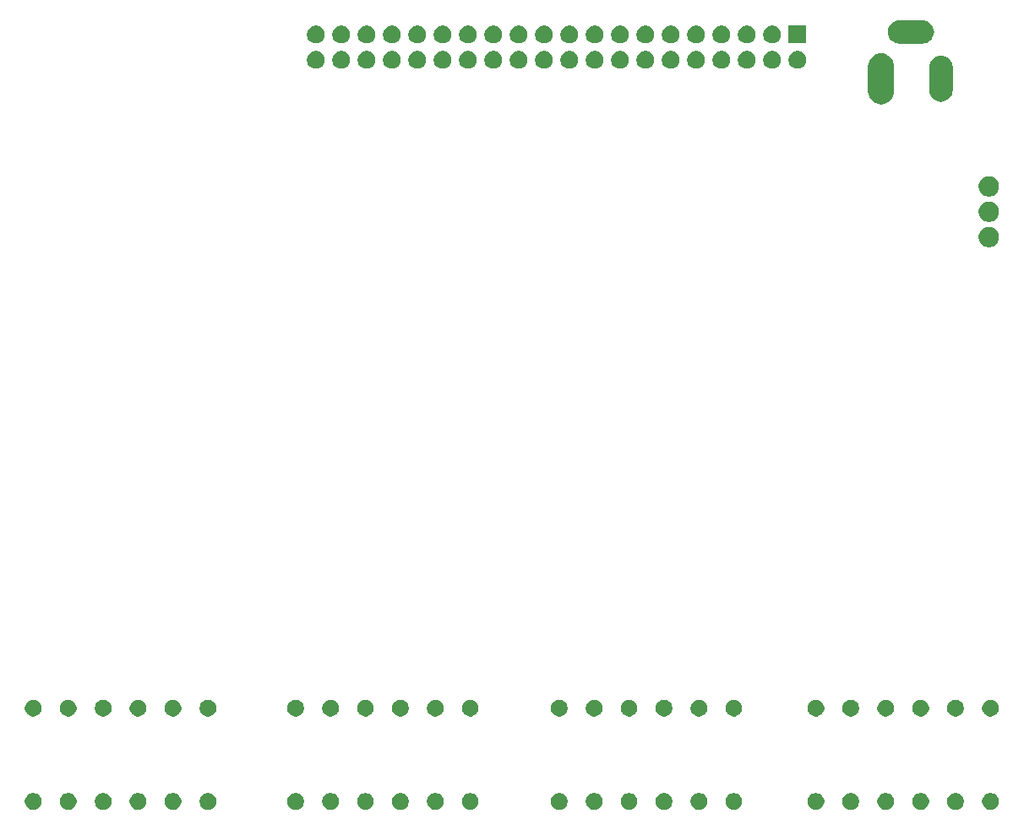
<source format=gbr>
G04 #@! TF.GenerationSoftware,KiCad,Pcbnew,5.1.5*
G04 #@! TF.CreationDate,2020-04-29T22:13:39-04:00*
G04 #@! TF.ProjectId,EVE-PCB-V2,4556452d-5043-4422-9d56-322e6b696361,rev?*
G04 #@! TF.SameCoordinates,Original*
G04 #@! TF.FileFunction,Soldermask,Bot*
G04 #@! TF.FilePolarity,Negative*
%FSLAX46Y46*%
G04 Gerber Fmt 4.6, Leading zero omitted, Abs format (unit mm)*
G04 Created by KiCad (PCBNEW 5.1.5) date 2020-04-29 22:13:39*
%MOMM*%
%LPD*%
G04 APERTURE LIST*
%ADD10C,0.100000*%
G04 APERTURE END LIST*
D10*
G36*
X187259427Y-113193723D02*
G01*
X187412024Y-113256930D01*
X187549358Y-113348694D01*
X187666152Y-113465488D01*
X187757916Y-113602822D01*
X187821123Y-113755419D01*
X187853346Y-113917414D01*
X187853346Y-114082586D01*
X187821123Y-114244581D01*
X187757916Y-114397178D01*
X187666152Y-114534512D01*
X187549358Y-114651306D01*
X187412024Y-114743070D01*
X187259427Y-114806277D01*
X187097432Y-114838500D01*
X186932260Y-114838500D01*
X186770265Y-114806277D01*
X186617668Y-114743070D01*
X186480334Y-114651306D01*
X186363540Y-114534512D01*
X186271776Y-114397178D01*
X186208569Y-114244581D01*
X186176346Y-114082586D01*
X186176346Y-113917414D01*
X186208569Y-113755419D01*
X186271776Y-113602822D01*
X186363540Y-113465488D01*
X186480334Y-113348694D01*
X186617668Y-113256930D01*
X186770265Y-113193723D01*
X186932260Y-113161500D01*
X187097432Y-113161500D01*
X187259427Y-113193723D01*
G37*
G36*
X135125927Y-113193723D02*
G01*
X135278524Y-113256930D01*
X135415858Y-113348694D01*
X135532652Y-113465488D01*
X135624416Y-113602822D01*
X135687623Y-113755419D01*
X135719846Y-113917414D01*
X135719846Y-114082586D01*
X135687623Y-114244581D01*
X135624416Y-114397178D01*
X135532652Y-114534512D01*
X135415858Y-114651306D01*
X135278524Y-114743070D01*
X135125927Y-114806277D01*
X134963932Y-114838500D01*
X134798760Y-114838500D01*
X134636765Y-114806277D01*
X134484168Y-114743070D01*
X134346834Y-114651306D01*
X134230040Y-114534512D01*
X134138276Y-114397178D01*
X134075069Y-114244581D01*
X134042846Y-114082586D01*
X134042846Y-113917414D01*
X134075069Y-113755419D01*
X134138276Y-113602822D01*
X134230040Y-113465488D01*
X134346834Y-113348694D01*
X134484168Y-113256930D01*
X134636765Y-113193723D01*
X134798760Y-113161500D01*
X134963932Y-113161500D01*
X135125927Y-113193723D01*
G37*
G36*
X180259427Y-113193723D02*
G01*
X180412024Y-113256930D01*
X180549358Y-113348694D01*
X180666152Y-113465488D01*
X180757916Y-113602822D01*
X180821123Y-113755419D01*
X180853346Y-113917414D01*
X180853346Y-114082586D01*
X180821123Y-114244581D01*
X180757916Y-114397178D01*
X180666152Y-114534512D01*
X180549358Y-114651306D01*
X180412024Y-114743070D01*
X180259427Y-114806277D01*
X180097432Y-114838500D01*
X179932260Y-114838500D01*
X179770265Y-114806277D01*
X179617668Y-114743070D01*
X179480334Y-114651306D01*
X179363540Y-114534512D01*
X179271776Y-114397178D01*
X179208569Y-114244581D01*
X179176346Y-114082586D01*
X179176346Y-113917414D01*
X179208569Y-113755419D01*
X179271776Y-113602822D01*
X179363540Y-113465488D01*
X179480334Y-113348694D01*
X179617668Y-113256930D01*
X179770265Y-113193723D01*
X179932260Y-113161500D01*
X180097432Y-113161500D01*
X180259427Y-113193723D01*
G37*
G36*
X176759427Y-113193723D02*
G01*
X176912024Y-113256930D01*
X177049358Y-113348694D01*
X177166152Y-113465488D01*
X177257916Y-113602822D01*
X177321123Y-113755419D01*
X177353346Y-113917414D01*
X177353346Y-114082586D01*
X177321123Y-114244581D01*
X177257916Y-114397178D01*
X177166152Y-114534512D01*
X177049358Y-114651306D01*
X176912024Y-114743070D01*
X176759427Y-114806277D01*
X176597432Y-114838500D01*
X176432260Y-114838500D01*
X176270265Y-114806277D01*
X176117668Y-114743070D01*
X175980334Y-114651306D01*
X175863540Y-114534512D01*
X175771776Y-114397178D01*
X175708569Y-114244581D01*
X175676346Y-114082586D01*
X175676346Y-113917414D01*
X175708569Y-113755419D01*
X175771776Y-113602822D01*
X175863540Y-113465488D01*
X175980334Y-113348694D01*
X176117668Y-113256930D01*
X176270265Y-113193723D01*
X176432260Y-113161500D01*
X176597432Y-113161500D01*
X176759427Y-113193723D01*
G37*
G36*
X173259427Y-113193723D02*
G01*
X173412024Y-113256930D01*
X173549358Y-113348694D01*
X173666152Y-113465488D01*
X173757916Y-113602822D01*
X173821123Y-113755419D01*
X173853346Y-113917414D01*
X173853346Y-114082586D01*
X173821123Y-114244581D01*
X173757916Y-114397178D01*
X173666152Y-114534512D01*
X173549358Y-114651306D01*
X173412024Y-114743070D01*
X173259427Y-114806277D01*
X173097432Y-114838500D01*
X172932260Y-114838500D01*
X172770265Y-114806277D01*
X172617668Y-114743070D01*
X172480334Y-114651306D01*
X172363540Y-114534512D01*
X172271776Y-114397178D01*
X172208569Y-114244581D01*
X172176346Y-114082586D01*
X172176346Y-113917414D01*
X172208569Y-113755419D01*
X172271776Y-113602822D01*
X172363540Y-113465488D01*
X172480334Y-113348694D01*
X172617668Y-113256930D01*
X172770265Y-113193723D01*
X172932260Y-113161500D01*
X173097432Y-113161500D01*
X173259427Y-113193723D01*
G37*
G36*
X169759427Y-113193723D02*
G01*
X169912024Y-113256930D01*
X170049358Y-113348694D01*
X170166152Y-113465488D01*
X170257916Y-113602822D01*
X170321123Y-113755419D01*
X170353346Y-113917414D01*
X170353346Y-114082586D01*
X170321123Y-114244581D01*
X170257916Y-114397178D01*
X170166152Y-114534512D01*
X170049358Y-114651306D01*
X169912024Y-114743070D01*
X169759427Y-114806277D01*
X169597432Y-114838500D01*
X169432260Y-114838500D01*
X169270265Y-114806277D01*
X169117668Y-114743070D01*
X168980334Y-114651306D01*
X168863540Y-114534512D01*
X168771776Y-114397178D01*
X168708569Y-114244581D01*
X168676346Y-114082586D01*
X168676346Y-113917414D01*
X168708569Y-113755419D01*
X168771776Y-113602822D01*
X168863540Y-113465488D01*
X168980334Y-113348694D01*
X169117668Y-113256930D01*
X169270265Y-113193723D01*
X169432260Y-113161500D01*
X169597432Y-113161500D01*
X169759427Y-113193723D01*
G37*
G36*
X161541927Y-113193723D02*
G01*
X161694524Y-113256930D01*
X161831858Y-113348694D01*
X161948652Y-113465488D01*
X162040416Y-113602822D01*
X162103623Y-113755419D01*
X162135846Y-113917414D01*
X162135846Y-114082586D01*
X162103623Y-114244581D01*
X162040416Y-114397178D01*
X161948652Y-114534512D01*
X161831858Y-114651306D01*
X161694524Y-114743070D01*
X161541927Y-114806277D01*
X161379932Y-114838500D01*
X161214760Y-114838500D01*
X161052765Y-114806277D01*
X160900168Y-114743070D01*
X160762834Y-114651306D01*
X160646040Y-114534512D01*
X160554276Y-114397178D01*
X160491069Y-114244581D01*
X160458846Y-114082586D01*
X160458846Y-113917414D01*
X160491069Y-113755419D01*
X160554276Y-113602822D01*
X160646040Y-113465488D01*
X160762834Y-113348694D01*
X160900168Y-113256930D01*
X161052765Y-113193723D01*
X161214760Y-113161500D01*
X161379932Y-113161500D01*
X161541927Y-113193723D01*
G37*
G36*
X158041927Y-113193723D02*
G01*
X158194524Y-113256930D01*
X158331858Y-113348694D01*
X158448652Y-113465488D01*
X158540416Y-113602822D01*
X158603623Y-113755419D01*
X158635846Y-113917414D01*
X158635846Y-114082586D01*
X158603623Y-114244581D01*
X158540416Y-114397178D01*
X158448652Y-114534512D01*
X158331858Y-114651306D01*
X158194524Y-114743070D01*
X158041927Y-114806277D01*
X157879932Y-114838500D01*
X157714760Y-114838500D01*
X157552765Y-114806277D01*
X157400168Y-114743070D01*
X157262834Y-114651306D01*
X157146040Y-114534512D01*
X157054276Y-114397178D01*
X156991069Y-114244581D01*
X156958846Y-114082586D01*
X156958846Y-113917414D01*
X156991069Y-113755419D01*
X157054276Y-113602822D01*
X157146040Y-113465488D01*
X157262834Y-113348694D01*
X157400168Y-113256930D01*
X157552765Y-113193723D01*
X157714760Y-113161500D01*
X157879932Y-113161500D01*
X158041927Y-113193723D01*
G37*
G36*
X154541927Y-113193723D02*
G01*
X154694524Y-113256930D01*
X154831858Y-113348694D01*
X154948652Y-113465488D01*
X155040416Y-113602822D01*
X155103623Y-113755419D01*
X155135846Y-113917414D01*
X155135846Y-114082586D01*
X155103623Y-114244581D01*
X155040416Y-114397178D01*
X154948652Y-114534512D01*
X154831858Y-114651306D01*
X154694524Y-114743070D01*
X154541927Y-114806277D01*
X154379932Y-114838500D01*
X154214760Y-114838500D01*
X154052765Y-114806277D01*
X153900168Y-114743070D01*
X153762834Y-114651306D01*
X153646040Y-114534512D01*
X153554276Y-114397178D01*
X153491069Y-114244581D01*
X153458846Y-114082586D01*
X153458846Y-113917414D01*
X153491069Y-113755419D01*
X153554276Y-113602822D01*
X153646040Y-113465488D01*
X153762834Y-113348694D01*
X153900168Y-113256930D01*
X154052765Y-113193723D01*
X154214760Y-113161500D01*
X154379932Y-113161500D01*
X154541927Y-113193723D01*
G37*
G36*
X151041927Y-113193723D02*
G01*
X151194524Y-113256930D01*
X151331858Y-113348694D01*
X151448652Y-113465488D01*
X151540416Y-113602822D01*
X151603623Y-113755419D01*
X151635846Y-113917414D01*
X151635846Y-114082586D01*
X151603623Y-114244581D01*
X151540416Y-114397178D01*
X151448652Y-114534512D01*
X151331858Y-114651306D01*
X151194524Y-114743070D01*
X151041927Y-114806277D01*
X150879932Y-114838500D01*
X150714760Y-114838500D01*
X150552765Y-114806277D01*
X150400168Y-114743070D01*
X150262834Y-114651306D01*
X150146040Y-114534512D01*
X150054276Y-114397178D01*
X149991069Y-114244581D01*
X149958846Y-114082586D01*
X149958846Y-113917414D01*
X149991069Y-113755419D01*
X150054276Y-113602822D01*
X150146040Y-113465488D01*
X150262834Y-113348694D01*
X150400168Y-113256930D01*
X150552765Y-113193723D01*
X150714760Y-113161500D01*
X150879932Y-113161500D01*
X151041927Y-113193723D01*
G37*
G36*
X147541927Y-113193723D02*
G01*
X147694524Y-113256930D01*
X147831858Y-113348694D01*
X147948652Y-113465488D01*
X148040416Y-113602822D01*
X148103623Y-113755419D01*
X148135846Y-113917414D01*
X148135846Y-114082586D01*
X148103623Y-114244581D01*
X148040416Y-114397178D01*
X147948652Y-114534512D01*
X147831858Y-114651306D01*
X147694524Y-114743070D01*
X147541927Y-114806277D01*
X147379932Y-114838500D01*
X147214760Y-114838500D01*
X147052765Y-114806277D01*
X146900168Y-114743070D01*
X146762834Y-114651306D01*
X146646040Y-114534512D01*
X146554276Y-114397178D01*
X146491069Y-114244581D01*
X146458846Y-114082586D01*
X146458846Y-113917414D01*
X146491069Y-113755419D01*
X146554276Y-113602822D01*
X146646040Y-113465488D01*
X146762834Y-113348694D01*
X146900168Y-113256930D01*
X147052765Y-113193723D01*
X147214760Y-113161500D01*
X147379932Y-113161500D01*
X147541927Y-113193723D01*
G37*
G36*
X144041927Y-113193723D02*
G01*
X144194524Y-113256930D01*
X144331858Y-113348694D01*
X144448652Y-113465488D01*
X144540416Y-113602822D01*
X144603623Y-113755419D01*
X144635846Y-113917414D01*
X144635846Y-114082586D01*
X144603623Y-114244581D01*
X144540416Y-114397178D01*
X144448652Y-114534512D01*
X144331858Y-114651306D01*
X144194524Y-114743070D01*
X144041927Y-114806277D01*
X143879932Y-114838500D01*
X143714760Y-114838500D01*
X143552765Y-114806277D01*
X143400168Y-114743070D01*
X143262834Y-114651306D01*
X143146040Y-114534512D01*
X143054276Y-114397178D01*
X142991069Y-114244581D01*
X142958846Y-114082586D01*
X142958846Y-113917414D01*
X142991069Y-113755419D01*
X143054276Y-113602822D01*
X143146040Y-113465488D01*
X143262834Y-113348694D01*
X143400168Y-113256930D01*
X143552765Y-113193723D01*
X143714760Y-113161500D01*
X143879932Y-113161500D01*
X144041927Y-113193723D01*
G37*
G36*
X183759427Y-113193723D02*
G01*
X183912024Y-113256930D01*
X184049358Y-113348694D01*
X184166152Y-113465488D01*
X184257916Y-113602822D01*
X184321123Y-113755419D01*
X184353346Y-113917414D01*
X184353346Y-114082586D01*
X184321123Y-114244581D01*
X184257916Y-114397178D01*
X184166152Y-114534512D01*
X184049358Y-114651306D01*
X183912024Y-114743070D01*
X183759427Y-114806277D01*
X183597432Y-114838500D01*
X183432260Y-114838500D01*
X183270265Y-114806277D01*
X183117668Y-114743070D01*
X182980334Y-114651306D01*
X182863540Y-114534512D01*
X182771776Y-114397178D01*
X182708569Y-114244581D01*
X182676346Y-114082586D01*
X182676346Y-113917414D01*
X182708569Y-113755419D01*
X182771776Y-113602822D01*
X182863540Y-113465488D01*
X182980334Y-113348694D01*
X183117668Y-113256930D01*
X183270265Y-113193723D01*
X183432260Y-113161500D01*
X183597432Y-113161500D01*
X183759427Y-113193723D01*
G37*
G36*
X128125927Y-113193723D02*
G01*
X128278524Y-113256930D01*
X128415858Y-113348694D01*
X128532652Y-113465488D01*
X128624416Y-113602822D01*
X128687623Y-113755419D01*
X128719846Y-113917414D01*
X128719846Y-114082586D01*
X128687623Y-114244581D01*
X128624416Y-114397178D01*
X128532652Y-114534512D01*
X128415858Y-114651306D01*
X128278524Y-114743070D01*
X128125927Y-114806277D01*
X127963932Y-114838500D01*
X127798760Y-114838500D01*
X127636765Y-114806277D01*
X127484168Y-114743070D01*
X127346834Y-114651306D01*
X127230040Y-114534512D01*
X127138276Y-114397178D01*
X127075069Y-114244581D01*
X127042846Y-114082586D01*
X127042846Y-113917414D01*
X127075069Y-113755419D01*
X127138276Y-113602822D01*
X127230040Y-113465488D01*
X127346834Y-113348694D01*
X127484168Y-113256930D01*
X127636765Y-113193723D01*
X127798760Y-113161500D01*
X127963932Y-113161500D01*
X128125927Y-113193723D01*
G37*
G36*
X131625927Y-113193723D02*
G01*
X131778524Y-113256930D01*
X131915858Y-113348694D01*
X132032652Y-113465488D01*
X132124416Y-113602822D01*
X132187623Y-113755419D01*
X132219846Y-113917414D01*
X132219846Y-114082586D01*
X132187623Y-114244581D01*
X132124416Y-114397178D01*
X132032652Y-114534512D01*
X131915858Y-114651306D01*
X131778524Y-114743070D01*
X131625927Y-114806277D01*
X131463932Y-114838500D01*
X131298760Y-114838500D01*
X131136765Y-114806277D01*
X130984168Y-114743070D01*
X130846834Y-114651306D01*
X130730040Y-114534512D01*
X130638276Y-114397178D01*
X130575069Y-114244581D01*
X130542846Y-114082586D01*
X130542846Y-113917414D01*
X130575069Y-113755419D01*
X130638276Y-113602822D01*
X130730040Y-113465488D01*
X130846834Y-113348694D01*
X130984168Y-113256930D01*
X131136765Y-113193723D01*
X131298760Y-113161500D01*
X131463932Y-113161500D01*
X131625927Y-113193723D01*
G37*
G36*
X91336927Y-113193723D02*
G01*
X91489524Y-113256930D01*
X91626858Y-113348694D01*
X91743652Y-113465488D01*
X91835416Y-113602822D01*
X91898623Y-113755419D01*
X91930846Y-113917414D01*
X91930846Y-114082586D01*
X91898623Y-114244581D01*
X91835416Y-114397178D01*
X91743652Y-114534512D01*
X91626858Y-114651306D01*
X91489524Y-114743070D01*
X91336927Y-114806277D01*
X91174932Y-114838500D01*
X91009760Y-114838500D01*
X90847765Y-114806277D01*
X90695168Y-114743070D01*
X90557834Y-114651306D01*
X90441040Y-114534512D01*
X90349276Y-114397178D01*
X90286069Y-114244581D01*
X90253846Y-114082586D01*
X90253846Y-113917414D01*
X90286069Y-113755419D01*
X90349276Y-113602822D01*
X90441040Y-113465488D01*
X90557834Y-113348694D01*
X90695168Y-113256930D01*
X90847765Y-113193723D01*
X91009760Y-113161500D01*
X91174932Y-113161500D01*
X91336927Y-113193723D01*
G37*
G36*
X94836927Y-113193723D02*
G01*
X94989524Y-113256930D01*
X95126858Y-113348694D01*
X95243652Y-113465488D01*
X95335416Y-113602822D01*
X95398623Y-113755419D01*
X95430846Y-113917414D01*
X95430846Y-114082586D01*
X95398623Y-114244581D01*
X95335416Y-114397178D01*
X95243652Y-114534512D01*
X95126858Y-114651306D01*
X94989524Y-114743070D01*
X94836927Y-114806277D01*
X94674932Y-114838500D01*
X94509760Y-114838500D01*
X94347765Y-114806277D01*
X94195168Y-114743070D01*
X94057834Y-114651306D01*
X93941040Y-114534512D01*
X93849276Y-114397178D01*
X93786069Y-114244581D01*
X93753846Y-114082586D01*
X93753846Y-113917414D01*
X93786069Y-113755419D01*
X93849276Y-113602822D01*
X93941040Y-113465488D01*
X94057834Y-113348694D01*
X94195168Y-113256930D01*
X94347765Y-113193723D01*
X94509760Y-113161500D01*
X94674932Y-113161500D01*
X94836927Y-113193723D01*
G37*
G36*
X98336927Y-113193723D02*
G01*
X98489524Y-113256930D01*
X98626858Y-113348694D01*
X98743652Y-113465488D01*
X98835416Y-113602822D01*
X98898623Y-113755419D01*
X98930846Y-113917414D01*
X98930846Y-114082586D01*
X98898623Y-114244581D01*
X98835416Y-114397178D01*
X98743652Y-114534512D01*
X98626858Y-114651306D01*
X98489524Y-114743070D01*
X98336927Y-114806277D01*
X98174932Y-114838500D01*
X98009760Y-114838500D01*
X97847765Y-114806277D01*
X97695168Y-114743070D01*
X97557834Y-114651306D01*
X97441040Y-114534512D01*
X97349276Y-114397178D01*
X97286069Y-114244581D01*
X97253846Y-114082586D01*
X97253846Y-113917414D01*
X97286069Y-113755419D01*
X97349276Y-113602822D01*
X97441040Y-113465488D01*
X97557834Y-113348694D01*
X97695168Y-113256930D01*
X97847765Y-113193723D01*
X98009760Y-113161500D01*
X98174932Y-113161500D01*
X98336927Y-113193723D01*
G37*
G36*
X101836927Y-113193723D02*
G01*
X101989524Y-113256930D01*
X102126858Y-113348694D01*
X102243652Y-113465488D01*
X102335416Y-113602822D01*
X102398623Y-113755419D01*
X102430846Y-113917414D01*
X102430846Y-114082586D01*
X102398623Y-114244581D01*
X102335416Y-114397178D01*
X102243652Y-114534512D01*
X102126858Y-114651306D01*
X101989524Y-114743070D01*
X101836927Y-114806277D01*
X101674932Y-114838500D01*
X101509760Y-114838500D01*
X101347765Y-114806277D01*
X101195168Y-114743070D01*
X101057834Y-114651306D01*
X100941040Y-114534512D01*
X100849276Y-114397178D01*
X100786069Y-114244581D01*
X100753846Y-114082586D01*
X100753846Y-113917414D01*
X100786069Y-113755419D01*
X100849276Y-113602822D01*
X100941040Y-113465488D01*
X101057834Y-113348694D01*
X101195168Y-113256930D01*
X101347765Y-113193723D01*
X101509760Y-113161500D01*
X101674932Y-113161500D01*
X101836927Y-113193723D01*
G37*
G36*
X105336927Y-113193723D02*
G01*
X105489524Y-113256930D01*
X105626858Y-113348694D01*
X105743652Y-113465488D01*
X105835416Y-113602822D01*
X105898623Y-113755419D01*
X105930846Y-113917414D01*
X105930846Y-114082586D01*
X105898623Y-114244581D01*
X105835416Y-114397178D01*
X105743652Y-114534512D01*
X105626858Y-114651306D01*
X105489524Y-114743070D01*
X105336927Y-114806277D01*
X105174932Y-114838500D01*
X105009760Y-114838500D01*
X104847765Y-114806277D01*
X104695168Y-114743070D01*
X104557834Y-114651306D01*
X104441040Y-114534512D01*
X104349276Y-114397178D01*
X104286069Y-114244581D01*
X104253846Y-114082586D01*
X104253846Y-113917414D01*
X104286069Y-113755419D01*
X104349276Y-113602822D01*
X104441040Y-113465488D01*
X104557834Y-113348694D01*
X104695168Y-113256930D01*
X104847765Y-113193723D01*
X105009760Y-113161500D01*
X105174932Y-113161500D01*
X105336927Y-113193723D01*
G37*
G36*
X108836927Y-113193723D02*
G01*
X108989524Y-113256930D01*
X109126858Y-113348694D01*
X109243652Y-113465488D01*
X109335416Y-113602822D01*
X109398623Y-113755419D01*
X109430846Y-113917414D01*
X109430846Y-114082586D01*
X109398623Y-114244581D01*
X109335416Y-114397178D01*
X109243652Y-114534512D01*
X109126858Y-114651306D01*
X108989524Y-114743070D01*
X108836927Y-114806277D01*
X108674932Y-114838500D01*
X108509760Y-114838500D01*
X108347765Y-114806277D01*
X108195168Y-114743070D01*
X108057834Y-114651306D01*
X107941040Y-114534512D01*
X107849276Y-114397178D01*
X107786069Y-114244581D01*
X107753846Y-114082586D01*
X107753846Y-113917414D01*
X107786069Y-113755419D01*
X107849276Y-113602822D01*
X107941040Y-113465488D01*
X108057834Y-113348694D01*
X108195168Y-113256930D01*
X108347765Y-113193723D01*
X108509760Y-113161500D01*
X108674932Y-113161500D01*
X108836927Y-113193723D01*
G37*
G36*
X117625927Y-113193723D02*
G01*
X117778524Y-113256930D01*
X117915858Y-113348694D01*
X118032652Y-113465488D01*
X118124416Y-113602822D01*
X118187623Y-113755419D01*
X118219846Y-113917414D01*
X118219846Y-114082586D01*
X118187623Y-114244581D01*
X118124416Y-114397178D01*
X118032652Y-114534512D01*
X117915858Y-114651306D01*
X117778524Y-114743070D01*
X117625927Y-114806277D01*
X117463932Y-114838500D01*
X117298760Y-114838500D01*
X117136765Y-114806277D01*
X116984168Y-114743070D01*
X116846834Y-114651306D01*
X116730040Y-114534512D01*
X116638276Y-114397178D01*
X116575069Y-114244581D01*
X116542846Y-114082586D01*
X116542846Y-113917414D01*
X116575069Y-113755419D01*
X116638276Y-113602822D01*
X116730040Y-113465488D01*
X116846834Y-113348694D01*
X116984168Y-113256930D01*
X117136765Y-113193723D01*
X117298760Y-113161500D01*
X117463932Y-113161500D01*
X117625927Y-113193723D01*
G37*
G36*
X121125927Y-113193723D02*
G01*
X121278524Y-113256930D01*
X121415858Y-113348694D01*
X121532652Y-113465488D01*
X121624416Y-113602822D01*
X121687623Y-113755419D01*
X121719846Y-113917414D01*
X121719846Y-114082586D01*
X121687623Y-114244581D01*
X121624416Y-114397178D01*
X121532652Y-114534512D01*
X121415858Y-114651306D01*
X121278524Y-114743070D01*
X121125927Y-114806277D01*
X120963932Y-114838500D01*
X120798760Y-114838500D01*
X120636765Y-114806277D01*
X120484168Y-114743070D01*
X120346834Y-114651306D01*
X120230040Y-114534512D01*
X120138276Y-114397178D01*
X120075069Y-114244581D01*
X120042846Y-114082586D01*
X120042846Y-113917414D01*
X120075069Y-113755419D01*
X120138276Y-113602822D01*
X120230040Y-113465488D01*
X120346834Y-113348694D01*
X120484168Y-113256930D01*
X120636765Y-113193723D01*
X120798760Y-113161500D01*
X120963932Y-113161500D01*
X121125927Y-113193723D01*
G37*
G36*
X124625927Y-113193723D02*
G01*
X124778524Y-113256930D01*
X124915858Y-113348694D01*
X125032652Y-113465488D01*
X125124416Y-113602822D01*
X125187623Y-113755419D01*
X125219846Y-113917414D01*
X125219846Y-114082586D01*
X125187623Y-114244581D01*
X125124416Y-114397178D01*
X125032652Y-114534512D01*
X124915858Y-114651306D01*
X124778524Y-114743070D01*
X124625927Y-114806277D01*
X124463932Y-114838500D01*
X124298760Y-114838500D01*
X124136765Y-114806277D01*
X123984168Y-114743070D01*
X123846834Y-114651306D01*
X123730040Y-114534512D01*
X123638276Y-114397178D01*
X123575069Y-114244581D01*
X123542846Y-114082586D01*
X123542846Y-113917414D01*
X123575069Y-113755419D01*
X123638276Y-113602822D01*
X123730040Y-113465488D01*
X123846834Y-113348694D01*
X123984168Y-113256930D01*
X124136765Y-113193723D01*
X124298760Y-113161500D01*
X124463932Y-113161500D01*
X124625927Y-113193723D01*
G37*
G36*
X187259427Y-103843723D02*
G01*
X187412024Y-103906930D01*
X187549358Y-103998694D01*
X187666152Y-104115488D01*
X187757916Y-104252822D01*
X187821123Y-104405419D01*
X187853346Y-104567414D01*
X187853346Y-104732586D01*
X187821123Y-104894581D01*
X187757916Y-105047178D01*
X187666152Y-105184512D01*
X187549358Y-105301306D01*
X187412024Y-105393070D01*
X187259427Y-105456277D01*
X187097432Y-105488500D01*
X186932260Y-105488500D01*
X186770265Y-105456277D01*
X186617668Y-105393070D01*
X186480334Y-105301306D01*
X186363540Y-105184512D01*
X186271776Y-105047178D01*
X186208569Y-104894581D01*
X186176346Y-104732586D01*
X186176346Y-104567414D01*
X186208569Y-104405419D01*
X186271776Y-104252822D01*
X186363540Y-104115488D01*
X186480334Y-103998694D01*
X186617668Y-103906930D01*
X186770265Y-103843723D01*
X186932260Y-103811500D01*
X187097432Y-103811500D01*
X187259427Y-103843723D01*
G37*
G36*
X151041927Y-103843723D02*
G01*
X151194524Y-103906930D01*
X151331858Y-103998694D01*
X151448652Y-104115488D01*
X151540416Y-104252822D01*
X151603623Y-104405419D01*
X151635846Y-104567414D01*
X151635846Y-104732586D01*
X151603623Y-104894581D01*
X151540416Y-105047178D01*
X151448652Y-105184512D01*
X151331858Y-105301306D01*
X151194524Y-105393070D01*
X151041927Y-105456277D01*
X150879932Y-105488500D01*
X150714760Y-105488500D01*
X150552765Y-105456277D01*
X150400168Y-105393070D01*
X150262834Y-105301306D01*
X150146040Y-105184512D01*
X150054276Y-105047178D01*
X149991069Y-104894581D01*
X149958846Y-104732586D01*
X149958846Y-104567414D01*
X149991069Y-104405419D01*
X150054276Y-104252822D01*
X150146040Y-104115488D01*
X150262834Y-103998694D01*
X150400168Y-103906930D01*
X150552765Y-103843723D01*
X150714760Y-103811500D01*
X150879932Y-103811500D01*
X151041927Y-103843723D01*
G37*
G36*
X158041927Y-103843723D02*
G01*
X158194524Y-103906930D01*
X158331858Y-103998694D01*
X158448652Y-104115488D01*
X158540416Y-104252822D01*
X158603623Y-104405419D01*
X158635846Y-104567414D01*
X158635846Y-104732586D01*
X158603623Y-104894581D01*
X158540416Y-105047178D01*
X158448652Y-105184512D01*
X158331858Y-105301306D01*
X158194524Y-105393070D01*
X158041927Y-105456277D01*
X157879932Y-105488500D01*
X157714760Y-105488500D01*
X157552765Y-105456277D01*
X157400168Y-105393070D01*
X157262834Y-105301306D01*
X157146040Y-105184512D01*
X157054276Y-105047178D01*
X156991069Y-104894581D01*
X156958846Y-104732586D01*
X156958846Y-104567414D01*
X156991069Y-104405419D01*
X157054276Y-104252822D01*
X157146040Y-104115488D01*
X157262834Y-103998694D01*
X157400168Y-103906930D01*
X157552765Y-103843723D01*
X157714760Y-103811500D01*
X157879932Y-103811500D01*
X158041927Y-103843723D01*
G37*
G36*
X154541927Y-103843723D02*
G01*
X154694524Y-103906930D01*
X154831858Y-103998694D01*
X154948652Y-104115488D01*
X155040416Y-104252822D01*
X155103623Y-104405419D01*
X155135846Y-104567414D01*
X155135846Y-104732586D01*
X155103623Y-104894581D01*
X155040416Y-105047178D01*
X154948652Y-105184512D01*
X154831858Y-105301306D01*
X154694524Y-105393070D01*
X154541927Y-105456277D01*
X154379932Y-105488500D01*
X154214760Y-105488500D01*
X154052765Y-105456277D01*
X153900168Y-105393070D01*
X153762834Y-105301306D01*
X153646040Y-105184512D01*
X153554276Y-105047178D01*
X153491069Y-104894581D01*
X153458846Y-104732586D01*
X153458846Y-104567414D01*
X153491069Y-104405419D01*
X153554276Y-104252822D01*
X153646040Y-104115488D01*
X153762834Y-103998694D01*
X153900168Y-103906930D01*
X154052765Y-103843723D01*
X154214760Y-103811500D01*
X154379932Y-103811500D01*
X154541927Y-103843723D01*
G37*
G36*
X117625927Y-103843723D02*
G01*
X117778524Y-103906930D01*
X117915858Y-103998694D01*
X118032652Y-104115488D01*
X118124416Y-104252822D01*
X118187623Y-104405419D01*
X118219846Y-104567414D01*
X118219846Y-104732586D01*
X118187623Y-104894581D01*
X118124416Y-105047178D01*
X118032652Y-105184512D01*
X117915858Y-105301306D01*
X117778524Y-105393070D01*
X117625927Y-105456277D01*
X117463932Y-105488500D01*
X117298760Y-105488500D01*
X117136765Y-105456277D01*
X116984168Y-105393070D01*
X116846834Y-105301306D01*
X116730040Y-105184512D01*
X116638276Y-105047178D01*
X116575069Y-104894581D01*
X116542846Y-104732586D01*
X116542846Y-104567414D01*
X116575069Y-104405419D01*
X116638276Y-104252822D01*
X116730040Y-104115488D01*
X116846834Y-103998694D01*
X116984168Y-103906930D01*
X117136765Y-103843723D01*
X117298760Y-103811500D01*
X117463932Y-103811500D01*
X117625927Y-103843723D01*
G37*
G36*
X121125927Y-103843723D02*
G01*
X121278524Y-103906930D01*
X121415858Y-103998694D01*
X121532652Y-104115488D01*
X121624416Y-104252822D01*
X121687623Y-104405419D01*
X121719846Y-104567414D01*
X121719846Y-104732586D01*
X121687623Y-104894581D01*
X121624416Y-105047178D01*
X121532652Y-105184512D01*
X121415858Y-105301306D01*
X121278524Y-105393070D01*
X121125927Y-105456277D01*
X120963932Y-105488500D01*
X120798760Y-105488500D01*
X120636765Y-105456277D01*
X120484168Y-105393070D01*
X120346834Y-105301306D01*
X120230040Y-105184512D01*
X120138276Y-105047178D01*
X120075069Y-104894581D01*
X120042846Y-104732586D01*
X120042846Y-104567414D01*
X120075069Y-104405419D01*
X120138276Y-104252822D01*
X120230040Y-104115488D01*
X120346834Y-103998694D01*
X120484168Y-103906930D01*
X120636765Y-103843723D01*
X120798760Y-103811500D01*
X120963932Y-103811500D01*
X121125927Y-103843723D01*
G37*
G36*
X108836927Y-103843723D02*
G01*
X108989524Y-103906930D01*
X109126858Y-103998694D01*
X109243652Y-104115488D01*
X109335416Y-104252822D01*
X109398623Y-104405419D01*
X109430846Y-104567414D01*
X109430846Y-104732586D01*
X109398623Y-104894581D01*
X109335416Y-105047178D01*
X109243652Y-105184512D01*
X109126858Y-105301306D01*
X108989524Y-105393070D01*
X108836927Y-105456277D01*
X108674932Y-105488500D01*
X108509760Y-105488500D01*
X108347765Y-105456277D01*
X108195168Y-105393070D01*
X108057834Y-105301306D01*
X107941040Y-105184512D01*
X107849276Y-105047178D01*
X107786069Y-104894581D01*
X107753846Y-104732586D01*
X107753846Y-104567414D01*
X107786069Y-104405419D01*
X107849276Y-104252822D01*
X107941040Y-104115488D01*
X108057834Y-103998694D01*
X108195168Y-103906930D01*
X108347765Y-103843723D01*
X108509760Y-103811500D01*
X108674932Y-103811500D01*
X108836927Y-103843723D01*
G37*
G36*
X105336927Y-103843723D02*
G01*
X105489524Y-103906930D01*
X105626858Y-103998694D01*
X105743652Y-104115488D01*
X105835416Y-104252822D01*
X105898623Y-104405419D01*
X105930846Y-104567414D01*
X105930846Y-104732586D01*
X105898623Y-104894581D01*
X105835416Y-105047178D01*
X105743652Y-105184512D01*
X105626858Y-105301306D01*
X105489524Y-105393070D01*
X105336927Y-105456277D01*
X105174932Y-105488500D01*
X105009760Y-105488500D01*
X104847765Y-105456277D01*
X104695168Y-105393070D01*
X104557834Y-105301306D01*
X104441040Y-105184512D01*
X104349276Y-105047178D01*
X104286069Y-104894581D01*
X104253846Y-104732586D01*
X104253846Y-104567414D01*
X104286069Y-104405419D01*
X104349276Y-104252822D01*
X104441040Y-104115488D01*
X104557834Y-103998694D01*
X104695168Y-103906930D01*
X104847765Y-103843723D01*
X105009760Y-103811500D01*
X105174932Y-103811500D01*
X105336927Y-103843723D01*
G37*
G36*
X101836927Y-103843723D02*
G01*
X101989524Y-103906930D01*
X102126858Y-103998694D01*
X102243652Y-104115488D01*
X102335416Y-104252822D01*
X102398623Y-104405419D01*
X102430846Y-104567414D01*
X102430846Y-104732586D01*
X102398623Y-104894581D01*
X102335416Y-105047178D01*
X102243652Y-105184512D01*
X102126858Y-105301306D01*
X101989524Y-105393070D01*
X101836927Y-105456277D01*
X101674932Y-105488500D01*
X101509760Y-105488500D01*
X101347765Y-105456277D01*
X101195168Y-105393070D01*
X101057834Y-105301306D01*
X100941040Y-105184512D01*
X100849276Y-105047178D01*
X100786069Y-104894581D01*
X100753846Y-104732586D01*
X100753846Y-104567414D01*
X100786069Y-104405419D01*
X100849276Y-104252822D01*
X100941040Y-104115488D01*
X101057834Y-103998694D01*
X101195168Y-103906930D01*
X101347765Y-103843723D01*
X101509760Y-103811500D01*
X101674932Y-103811500D01*
X101836927Y-103843723D01*
G37*
G36*
X98336927Y-103843723D02*
G01*
X98489524Y-103906930D01*
X98626858Y-103998694D01*
X98743652Y-104115488D01*
X98835416Y-104252822D01*
X98898623Y-104405419D01*
X98930846Y-104567414D01*
X98930846Y-104732586D01*
X98898623Y-104894581D01*
X98835416Y-105047178D01*
X98743652Y-105184512D01*
X98626858Y-105301306D01*
X98489524Y-105393070D01*
X98336927Y-105456277D01*
X98174932Y-105488500D01*
X98009760Y-105488500D01*
X97847765Y-105456277D01*
X97695168Y-105393070D01*
X97557834Y-105301306D01*
X97441040Y-105184512D01*
X97349276Y-105047178D01*
X97286069Y-104894581D01*
X97253846Y-104732586D01*
X97253846Y-104567414D01*
X97286069Y-104405419D01*
X97349276Y-104252822D01*
X97441040Y-104115488D01*
X97557834Y-103998694D01*
X97695168Y-103906930D01*
X97847765Y-103843723D01*
X98009760Y-103811500D01*
X98174932Y-103811500D01*
X98336927Y-103843723D01*
G37*
G36*
X94836927Y-103843723D02*
G01*
X94989524Y-103906930D01*
X95126858Y-103998694D01*
X95243652Y-104115488D01*
X95335416Y-104252822D01*
X95398623Y-104405419D01*
X95430846Y-104567414D01*
X95430846Y-104732586D01*
X95398623Y-104894581D01*
X95335416Y-105047178D01*
X95243652Y-105184512D01*
X95126858Y-105301306D01*
X94989524Y-105393070D01*
X94836927Y-105456277D01*
X94674932Y-105488500D01*
X94509760Y-105488500D01*
X94347765Y-105456277D01*
X94195168Y-105393070D01*
X94057834Y-105301306D01*
X93941040Y-105184512D01*
X93849276Y-105047178D01*
X93786069Y-104894581D01*
X93753846Y-104732586D01*
X93753846Y-104567414D01*
X93786069Y-104405419D01*
X93849276Y-104252822D01*
X93941040Y-104115488D01*
X94057834Y-103998694D01*
X94195168Y-103906930D01*
X94347765Y-103843723D01*
X94509760Y-103811500D01*
X94674932Y-103811500D01*
X94836927Y-103843723D01*
G37*
G36*
X91336927Y-103843723D02*
G01*
X91489524Y-103906930D01*
X91626858Y-103998694D01*
X91743652Y-104115488D01*
X91835416Y-104252822D01*
X91898623Y-104405419D01*
X91930846Y-104567414D01*
X91930846Y-104732586D01*
X91898623Y-104894581D01*
X91835416Y-105047178D01*
X91743652Y-105184512D01*
X91626858Y-105301306D01*
X91489524Y-105393070D01*
X91336927Y-105456277D01*
X91174932Y-105488500D01*
X91009760Y-105488500D01*
X90847765Y-105456277D01*
X90695168Y-105393070D01*
X90557834Y-105301306D01*
X90441040Y-105184512D01*
X90349276Y-105047178D01*
X90286069Y-104894581D01*
X90253846Y-104732586D01*
X90253846Y-104567414D01*
X90286069Y-104405419D01*
X90349276Y-104252822D01*
X90441040Y-104115488D01*
X90557834Y-103998694D01*
X90695168Y-103906930D01*
X90847765Y-103843723D01*
X91009760Y-103811500D01*
X91174932Y-103811500D01*
X91336927Y-103843723D01*
G37*
G36*
X144041927Y-103843723D02*
G01*
X144194524Y-103906930D01*
X144331858Y-103998694D01*
X144448652Y-104115488D01*
X144540416Y-104252822D01*
X144603623Y-104405419D01*
X144635846Y-104567414D01*
X144635846Y-104732586D01*
X144603623Y-104894581D01*
X144540416Y-105047178D01*
X144448652Y-105184512D01*
X144331858Y-105301306D01*
X144194524Y-105393070D01*
X144041927Y-105456277D01*
X143879932Y-105488500D01*
X143714760Y-105488500D01*
X143552765Y-105456277D01*
X143400168Y-105393070D01*
X143262834Y-105301306D01*
X143146040Y-105184512D01*
X143054276Y-105047178D01*
X142991069Y-104894581D01*
X142958846Y-104732586D01*
X142958846Y-104567414D01*
X142991069Y-104405419D01*
X143054276Y-104252822D01*
X143146040Y-104115488D01*
X143262834Y-103998694D01*
X143400168Y-103906930D01*
X143552765Y-103843723D01*
X143714760Y-103811500D01*
X143879932Y-103811500D01*
X144041927Y-103843723D01*
G37*
G36*
X161541927Y-103843723D02*
G01*
X161694524Y-103906930D01*
X161831858Y-103998694D01*
X161948652Y-104115488D01*
X162040416Y-104252822D01*
X162103623Y-104405419D01*
X162135846Y-104567414D01*
X162135846Y-104732586D01*
X162103623Y-104894581D01*
X162040416Y-105047178D01*
X161948652Y-105184512D01*
X161831858Y-105301306D01*
X161694524Y-105393070D01*
X161541927Y-105456277D01*
X161379932Y-105488500D01*
X161214760Y-105488500D01*
X161052765Y-105456277D01*
X160900168Y-105393070D01*
X160762834Y-105301306D01*
X160646040Y-105184512D01*
X160554276Y-105047178D01*
X160491069Y-104894581D01*
X160458846Y-104732586D01*
X160458846Y-104567414D01*
X160491069Y-104405419D01*
X160554276Y-104252822D01*
X160646040Y-104115488D01*
X160762834Y-103998694D01*
X160900168Y-103906930D01*
X161052765Y-103843723D01*
X161214760Y-103811500D01*
X161379932Y-103811500D01*
X161541927Y-103843723D01*
G37*
G36*
X135125927Y-103843723D02*
G01*
X135278524Y-103906930D01*
X135415858Y-103998694D01*
X135532652Y-104115488D01*
X135624416Y-104252822D01*
X135687623Y-104405419D01*
X135719846Y-104567414D01*
X135719846Y-104732586D01*
X135687623Y-104894581D01*
X135624416Y-105047178D01*
X135532652Y-105184512D01*
X135415858Y-105301306D01*
X135278524Y-105393070D01*
X135125927Y-105456277D01*
X134963932Y-105488500D01*
X134798760Y-105488500D01*
X134636765Y-105456277D01*
X134484168Y-105393070D01*
X134346834Y-105301306D01*
X134230040Y-105184512D01*
X134138276Y-105047178D01*
X134075069Y-104894581D01*
X134042846Y-104732586D01*
X134042846Y-104567414D01*
X134075069Y-104405419D01*
X134138276Y-104252822D01*
X134230040Y-104115488D01*
X134346834Y-103998694D01*
X134484168Y-103906930D01*
X134636765Y-103843723D01*
X134798760Y-103811500D01*
X134963932Y-103811500D01*
X135125927Y-103843723D01*
G37*
G36*
X169759427Y-103843723D02*
G01*
X169912024Y-103906930D01*
X170049358Y-103998694D01*
X170166152Y-104115488D01*
X170257916Y-104252822D01*
X170321123Y-104405419D01*
X170353346Y-104567414D01*
X170353346Y-104732586D01*
X170321123Y-104894581D01*
X170257916Y-105047178D01*
X170166152Y-105184512D01*
X170049358Y-105301306D01*
X169912024Y-105393070D01*
X169759427Y-105456277D01*
X169597432Y-105488500D01*
X169432260Y-105488500D01*
X169270265Y-105456277D01*
X169117668Y-105393070D01*
X168980334Y-105301306D01*
X168863540Y-105184512D01*
X168771776Y-105047178D01*
X168708569Y-104894581D01*
X168676346Y-104732586D01*
X168676346Y-104567414D01*
X168708569Y-104405419D01*
X168771776Y-104252822D01*
X168863540Y-104115488D01*
X168980334Y-103998694D01*
X169117668Y-103906930D01*
X169270265Y-103843723D01*
X169432260Y-103811500D01*
X169597432Y-103811500D01*
X169759427Y-103843723D01*
G37*
G36*
X131625927Y-103843723D02*
G01*
X131778524Y-103906930D01*
X131915858Y-103998694D01*
X132032652Y-104115488D01*
X132124416Y-104252822D01*
X132187623Y-104405419D01*
X132219846Y-104567414D01*
X132219846Y-104732586D01*
X132187623Y-104894581D01*
X132124416Y-105047178D01*
X132032652Y-105184512D01*
X131915858Y-105301306D01*
X131778524Y-105393070D01*
X131625927Y-105456277D01*
X131463932Y-105488500D01*
X131298760Y-105488500D01*
X131136765Y-105456277D01*
X130984168Y-105393070D01*
X130846834Y-105301306D01*
X130730040Y-105184512D01*
X130638276Y-105047178D01*
X130575069Y-104894581D01*
X130542846Y-104732586D01*
X130542846Y-104567414D01*
X130575069Y-104405419D01*
X130638276Y-104252822D01*
X130730040Y-104115488D01*
X130846834Y-103998694D01*
X130984168Y-103906930D01*
X131136765Y-103843723D01*
X131298760Y-103811500D01*
X131463932Y-103811500D01*
X131625927Y-103843723D01*
G37*
G36*
X173259427Y-103843723D02*
G01*
X173412024Y-103906930D01*
X173549358Y-103998694D01*
X173666152Y-104115488D01*
X173757916Y-104252822D01*
X173821123Y-104405419D01*
X173853346Y-104567414D01*
X173853346Y-104732586D01*
X173821123Y-104894581D01*
X173757916Y-105047178D01*
X173666152Y-105184512D01*
X173549358Y-105301306D01*
X173412024Y-105393070D01*
X173259427Y-105456277D01*
X173097432Y-105488500D01*
X172932260Y-105488500D01*
X172770265Y-105456277D01*
X172617668Y-105393070D01*
X172480334Y-105301306D01*
X172363540Y-105184512D01*
X172271776Y-105047178D01*
X172208569Y-104894581D01*
X172176346Y-104732586D01*
X172176346Y-104567414D01*
X172208569Y-104405419D01*
X172271776Y-104252822D01*
X172363540Y-104115488D01*
X172480334Y-103998694D01*
X172617668Y-103906930D01*
X172770265Y-103843723D01*
X172932260Y-103811500D01*
X173097432Y-103811500D01*
X173259427Y-103843723D01*
G37*
G36*
X176759427Y-103843723D02*
G01*
X176912024Y-103906930D01*
X177049358Y-103998694D01*
X177166152Y-104115488D01*
X177257916Y-104252822D01*
X177321123Y-104405419D01*
X177353346Y-104567414D01*
X177353346Y-104732586D01*
X177321123Y-104894581D01*
X177257916Y-105047178D01*
X177166152Y-105184512D01*
X177049358Y-105301306D01*
X176912024Y-105393070D01*
X176759427Y-105456277D01*
X176597432Y-105488500D01*
X176432260Y-105488500D01*
X176270265Y-105456277D01*
X176117668Y-105393070D01*
X175980334Y-105301306D01*
X175863540Y-105184512D01*
X175771776Y-105047178D01*
X175708569Y-104894581D01*
X175676346Y-104732586D01*
X175676346Y-104567414D01*
X175708569Y-104405419D01*
X175771776Y-104252822D01*
X175863540Y-104115488D01*
X175980334Y-103998694D01*
X176117668Y-103906930D01*
X176270265Y-103843723D01*
X176432260Y-103811500D01*
X176597432Y-103811500D01*
X176759427Y-103843723D01*
G37*
G36*
X128125927Y-103843723D02*
G01*
X128278524Y-103906930D01*
X128415858Y-103998694D01*
X128532652Y-104115488D01*
X128624416Y-104252822D01*
X128687623Y-104405419D01*
X128719846Y-104567414D01*
X128719846Y-104732586D01*
X128687623Y-104894581D01*
X128624416Y-105047178D01*
X128532652Y-105184512D01*
X128415858Y-105301306D01*
X128278524Y-105393070D01*
X128125927Y-105456277D01*
X127963932Y-105488500D01*
X127798760Y-105488500D01*
X127636765Y-105456277D01*
X127484168Y-105393070D01*
X127346834Y-105301306D01*
X127230040Y-105184512D01*
X127138276Y-105047178D01*
X127075069Y-104894581D01*
X127042846Y-104732586D01*
X127042846Y-104567414D01*
X127075069Y-104405419D01*
X127138276Y-104252822D01*
X127230040Y-104115488D01*
X127346834Y-103998694D01*
X127484168Y-103906930D01*
X127636765Y-103843723D01*
X127798760Y-103811500D01*
X127963932Y-103811500D01*
X128125927Y-103843723D01*
G37*
G36*
X124625927Y-103843723D02*
G01*
X124778524Y-103906930D01*
X124915858Y-103998694D01*
X125032652Y-104115488D01*
X125124416Y-104252822D01*
X125187623Y-104405419D01*
X125219846Y-104567414D01*
X125219846Y-104732586D01*
X125187623Y-104894581D01*
X125124416Y-105047178D01*
X125032652Y-105184512D01*
X124915858Y-105301306D01*
X124778524Y-105393070D01*
X124625927Y-105456277D01*
X124463932Y-105488500D01*
X124298760Y-105488500D01*
X124136765Y-105456277D01*
X123984168Y-105393070D01*
X123846834Y-105301306D01*
X123730040Y-105184512D01*
X123638276Y-105047178D01*
X123575069Y-104894581D01*
X123542846Y-104732586D01*
X123542846Y-104567414D01*
X123575069Y-104405419D01*
X123638276Y-104252822D01*
X123730040Y-104115488D01*
X123846834Y-103998694D01*
X123984168Y-103906930D01*
X124136765Y-103843723D01*
X124298760Y-103811500D01*
X124463932Y-103811500D01*
X124625927Y-103843723D01*
G37*
G36*
X183759427Y-103843723D02*
G01*
X183912024Y-103906930D01*
X184049358Y-103998694D01*
X184166152Y-104115488D01*
X184257916Y-104252822D01*
X184321123Y-104405419D01*
X184353346Y-104567414D01*
X184353346Y-104732586D01*
X184321123Y-104894581D01*
X184257916Y-105047178D01*
X184166152Y-105184512D01*
X184049358Y-105301306D01*
X183912024Y-105393070D01*
X183759427Y-105456277D01*
X183597432Y-105488500D01*
X183432260Y-105488500D01*
X183270265Y-105456277D01*
X183117668Y-105393070D01*
X182980334Y-105301306D01*
X182863540Y-105184512D01*
X182771776Y-105047178D01*
X182708569Y-104894581D01*
X182676346Y-104732586D01*
X182676346Y-104567414D01*
X182708569Y-104405419D01*
X182771776Y-104252822D01*
X182863540Y-104115488D01*
X182980334Y-103998694D01*
X183117668Y-103906930D01*
X183270265Y-103843723D01*
X183432260Y-103811500D01*
X183597432Y-103811500D01*
X183759427Y-103843723D01*
G37*
G36*
X180259427Y-103843723D02*
G01*
X180412024Y-103906930D01*
X180549358Y-103998694D01*
X180666152Y-104115488D01*
X180757916Y-104252822D01*
X180821123Y-104405419D01*
X180853346Y-104567414D01*
X180853346Y-104732586D01*
X180821123Y-104894581D01*
X180757916Y-105047178D01*
X180666152Y-105184512D01*
X180549358Y-105301306D01*
X180412024Y-105393070D01*
X180259427Y-105456277D01*
X180097432Y-105488500D01*
X179932260Y-105488500D01*
X179770265Y-105456277D01*
X179617668Y-105393070D01*
X179480334Y-105301306D01*
X179363540Y-105184512D01*
X179271776Y-105047178D01*
X179208569Y-104894581D01*
X179176346Y-104732586D01*
X179176346Y-104567414D01*
X179208569Y-104405419D01*
X179271776Y-104252822D01*
X179363540Y-104115488D01*
X179480334Y-103998694D01*
X179617668Y-103906930D01*
X179770265Y-103843723D01*
X179932260Y-103811500D01*
X180097432Y-103811500D01*
X180259427Y-103843723D01*
G37*
G36*
X147541927Y-103843723D02*
G01*
X147694524Y-103906930D01*
X147831858Y-103998694D01*
X147948652Y-104115488D01*
X148040416Y-104252822D01*
X148103623Y-104405419D01*
X148135846Y-104567414D01*
X148135846Y-104732586D01*
X148103623Y-104894581D01*
X148040416Y-105047178D01*
X147948652Y-105184512D01*
X147831858Y-105301306D01*
X147694524Y-105393070D01*
X147541927Y-105456277D01*
X147379932Y-105488500D01*
X147214760Y-105488500D01*
X147052765Y-105456277D01*
X146900168Y-105393070D01*
X146762834Y-105301306D01*
X146646040Y-105184512D01*
X146554276Y-105047178D01*
X146491069Y-104894581D01*
X146458846Y-104732586D01*
X146458846Y-104567414D01*
X146491069Y-104405419D01*
X146554276Y-104252822D01*
X146646040Y-104115488D01*
X146762834Y-103998694D01*
X146900168Y-103906930D01*
X147052765Y-103843723D01*
X147214760Y-103811500D01*
X147379932Y-103811500D01*
X147541927Y-103843723D01*
G37*
G36*
X187149618Y-56432197D02*
G01*
X187336337Y-56509539D01*
X187336339Y-56509540D01*
X187504383Y-56621823D01*
X187647292Y-56764732D01*
X187759575Y-56932776D01*
X187759576Y-56932778D01*
X187836918Y-57119497D01*
X187876346Y-57317716D01*
X187876346Y-57519822D01*
X187836918Y-57718041D01*
X187759576Y-57904760D01*
X187759575Y-57904762D01*
X187647292Y-58072806D01*
X187504383Y-58215715D01*
X187336339Y-58327998D01*
X187336338Y-58327999D01*
X187336337Y-58327999D01*
X187149618Y-58405341D01*
X186951399Y-58444769D01*
X186749293Y-58444769D01*
X186551074Y-58405341D01*
X186364355Y-58327999D01*
X186364354Y-58327999D01*
X186364353Y-58327998D01*
X186196309Y-58215715D01*
X186053400Y-58072806D01*
X185941117Y-57904762D01*
X185941116Y-57904760D01*
X185863774Y-57718041D01*
X185824346Y-57519822D01*
X185824346Y-57317716D01*
X185863774Y-57119497D01*
X185941116Y-56932778D01*
X185941117Y-56932776D01*
X186053400Y-56764732D01*
X186196309Y-56621823D01*
X186364353Y-56509540D01*
X186364355Y-56509539D01*
X186551074Y-56432197D01*
X186749293Y-56392769D01*
X186951399Y-56392769D01*
X187149618Y-56432197D01*
G37*
G36*
X187149618Y-53892197D02*
G01*
X187336337Y-53969539D01*
X187336339Y-53969540D01*
X187504383Y-54081823D01*
X187647292Y-54224732D01*
X187759575Y-54392776D01*
X187759576Y-54392778D01*
X187836918Y-54579497D01*
X187876346Y-54777716D01*
X187876346Y-54979822D01*
X187836918Y-55178041D01*
X187759576Y-55364760D01*
X187759575Y-55364762D01*
X187647292Y-55532806D01*
X187504383Y-55675715D01*
X187336339Y-55787998D01*
X187336338Y-55787999D01*
X187336337Y-55787999D01*
X187149618Y-55865341D01*
X186951399Y-55904769D01*
X186749293Y-55904769D01*
X186551074Y-55865341D01*
X186364355Y-55787999D01*
X186364354Y-55787999D01*
X186364353Y-55787998D01*
X186196309Y-55675715D01*
X186053400Y-55532806D01*
X185941117Y-55364762D01*
X185941116Y-55364760D01*
X185863774Y-55178041D01*
X185824346Y-54979822D01*
X185824346Y-54777716D01*
X185863774Y-54579497D01*
X185941116Y-54392778D01*
X185941117Y-54392776D01*
X186053400Y-54224732D01*
X186196309Y-54081823D01*
X186364353Y-53969540D01*
X186364355Y-53969539D01*
X186551074Y-53892197D01*
X186749293Y-53852769D01*
X186951399Y-53852769D01*
X187149618Y-53892197D01*
G37*
G36*
X187149618Y-51352197D02*
G01*
X187336337Y-51429539D01*
X187336339Y-51429540D01*
X187504383Y-51541823D01*
X187647292Y-51684732D01*
X187759575Y-51852776D01*
X187759576Y-51852778D01*
X187836918Y-52039497D01*
X187876346Y-52237716D01*
X187876346Y-52439822D01*
X187836918Y-52638041D01*
X187759576Y-52824760D01*
X187759575Y-52824762D01*
X187647292Y-52992806D01*
X187504383Y-53135715D01*
X187336339Y-53247998D01*
X187336338Y-53247999D01*
X187336337Y-53247999D01*
X187149618Y-53325341D01*
X186951399Y-53364769D01*
X186749293Y-53364769D01*
X186551074Y-53325341D01*
X186364355Y-53247999D01*
X186364354Y-53247999D01*
X186364353Y-53247998D01*
X186196309Y-53135715D01*
X186053400Y-52992806D01*
X185941117Y-52824762D01*
X185941116Y-52824760D01*
X185863774Y-52638041D01*
X185824346Y-52439822D01*
X185824346Y-52237716D01*
X185863774Y-52039497D01*
X185941116Y-51852778D01*
X185941117Y-51852776D01*
X186053400Y-51684732D01*
X186196309Y-51541823D01*
X186364353Y-51429540D01*
X186364355Y-51429539D01*
X186551074Y-51352197D01*
X186749293Y-51312769D01*
X186951399Y-51312769D01*
X187149618Y-51352197D01*
G37*
G36*
X176310385Y-39011594D02*
G01*
X176555625Y-39085987D01*
X176781639Y-39206794D01*
X176979742Y-39369373D01*
X177142322Y-39567476D01*
X177227862Y-39727511D01*
X177263128Y-39793489D01*
X177337521Y-40038729D01*
X177356346Y-40229864D01*
X177356346Y-42857674D01*
X177337521Y-43048809D01*
X177263128Y-43294049D01*
X177142321Y-43520063D01*
X177099970Y-43571668D01*
X176979743Y-43718166D01*
X176833245Y-43838393D01*
X176781640Y-43880744D01*
X176555626Y-44001551D01*
X176310386Y-44075944D01*
X176055346Y-44101063D01*
X175800307Y-44075944D01*
X175555067Y-44001551D01*
X175329053Y-43880744D01*
X175277448Y-43838393D01*
X175130950Y-43718166D01*
X175010723Y-43571668D01*
X174968372Y-43520063D01*
X174847565Y-43294049D01*
X174773172Y-43048809D01*
X174754347Y-42857674D01*
X174754346Y-40229865D01*
X174773171Y-40038730D01*
X174847564Y-39793490D01*
X174882831Y-39727511D01*
X174968370Y-39567478D01*
X174968371Y-39567476D01*
X175130950Y-39369373D01*
X175182545Y-39327030D01*
X175329053Y-39206793D01*
X175555064Y-39085988D01*
X175555066Y-39085987D01*
X175800306Y-39011594D01*
X176055346Y-38986475D01*
X176310385Y-39011594D01*
G37*
G36*
X182285881Y-39259785D02*
G01*
X182507558Y-39327030D01*
X182711857Y-39436230D01*
X182890927Y-39583188D01*
X183037885Y-39762257D01*
X183147085Y-39966556D01*
X183214330Y-40188233D01*
X183231346Y-40360998D01*
X183231346Y-42726540D01*
X183214330Y-42899305D01*
X183147085Y-43120982D01*
X183037885Y-43325281D01*
X182890927Y-43504350D01*
X182711858Y-43651308D01*
X182507559Y-43760508D01*
X182285882Y-43827753D01*
X182055346Y-43850459D01*
X181824811Y-43827753D01*
X181603134Y-43760508D01*
X181398835Y-43651308D01*
X181219766Y-43504350D01*
X181072808Y-43325281D01*
X180963608Y-43120982D01*
X180896363Y-42899305D01*
X180879347Y-42726540D01*
X180879346Y-40360999D01*
X180896362Y-40188234D01*
X180963607Y-39966557D01*
X181072807Y-39762258D01*
X181219765Y-39583188D01*
X181398834Y-39436230D01*
X181603133Y-39327030D01*
X181824810Y-39259785D01*
X182055346Y-39237079D01*
X182285881Y-39259785D01*
G37*
G36*
X165246858Y-38742696D02*
G01*
X165396158Y-38772393D01*
X165560130Y-38840313D01*
X165707700Y-38938916D01*
X165833199Y-39064415D01*
X165931802Y-39211985D01*
X165999722Y-39375957D01*
X166034346Y-39550028D01*
X166034346Y-39727510D01*
X165999722Y-39901581D01*
X165931802Y-40065553D01*
X165833199Y-40213123D01*
X165707700Y-40338622D01*
X165560130Y-40437225D01*
X165396158Y-40505145D01*
X165246858Y-40534842D01*
X165222088Y-40539769D01*
X165044604Y-40539769D01*
X165019834Y-40534842D01*
X164870534Y-40505145D01*
X164706562Y-40437225D01*
X164558992Y-40338622D01*
X164433493Y-40213123D01*
X164334890Y-40065553D01*
X164266970Y-39901581D01*
X164232346Y-39727510D01*
X164232346Y-39550028D01*
X164266970Y-39375957D01*
X164334890Y-39211985D01*
X164433493Y-39064415D01*
X164558992Y-38938916D01*
X164706562Y-38840313D01*
X164870534Y-38772393D01*
X165019834Y-38742696D01*
X165044604Y-38737769D01*
X165222088Y-38737769D01*
X165246858Y-38742696D01*
G37*
G36*
X162706858Y-38742696D02*
G01*
X162856158Y-38772393D01*
X163020130Y-38840313D01*
X163167700Y-38938916D01*
X163293199Y-39064415D01*
X163391802Y-39211985D01*
X163459722Y-39375957D01*
X163494346Y-39550028D01*
X163494346Y-39727510D01*
X163459722Y-39901581D01*
X163391802Y-40065553D01*
X163293199Y-40213123D01*
X163167700Y-40338622D01*
X163020130Y-40437225D01*
X162856158Y-40505145D01*
X162706858Y-40534842D01*
X162682088Y-40539769D01*
X162504604Y-40539769D01*
X162479834Y-40534842D01*
X162330534Y-40505145D01*
X162166562Y-40437225D01*
X162018992Y-40338622D01*
X161893493Y-40213123D01*
X161794890Y-40065553D01*
X161726970Y-39901581D01*
X161692346Y-39727510D01*
X161692346Y-39550028D01*
X161726970Y-39375957D01*
X161794890Y-39211985D01*
X161893493Y-39064415D01*
X162018992Y-38938916D01*
X162166562Y-38840313D01*
X162330534Y-38772393D01*
X162479834Y-38742696D01*
X162504604Y-38737769D01*
X162682088Y-38737769D01*
X162706858Y-38742696D01*
G37*
G36*
X160166858Y-38742696D02*
G01*
X160316158Y-38772393D01*
X160480130Y-38840313D01*
X160627700Y-38938916D01*
X160753199Y-39064415D01*
X160851802Y-39211985D01*
X160919722Y-39375957D01*
X160954346Y-39550028D01*
X160954346Y-39727510D01*
X160919722Y-39901581D01*
X160851802Y-40065553D01*
X160753199Y-40213123D01*
X160627700Y-40338622D01*
X160480130Y-40437225D01*
X160316158Y-40505145D01*
X160166858Y-40534842D01*
X160142088Y-40539769D01*
X159964604Y-40539769D01*
X159939834Y-40534842D01*
X159790534Y-40505145D01*
X159626562Y-40437225D01*
X159478992Y-40338622D01*
X159353493Y-40213123D01*
X159254890Y-40065553D01*
X159186970Y-39901581D01*
X159152346Y-39727510D01*
X159152346Y-39550028D01*
X159186970Y-39375957D01*
X159254890Y-39211985D01*
X159353493Y-39064415D01*
X159478992Y-38938916D01*
X159626562Y-38840313D01*
X159790534Y-38772393D01*
X159939834Y-38742696D01*
X159964604Y-38737769D01*
X160142088Y-38737769D01*
X160166858Y-38742696D01*
G37*
G36*
X157626858Y-38742696D02*
G01*
X157776158Y-38772393D01*
X157940130Y-38840313D01*
X158087700Y-38938916D01*
X158213199Y-39064415D01*
X158311802Y-39211985D01*
X158379722Y-39375957D01*
X158414346Y-39550028D01*
X158414346Y-39727510D01*
X158379722Y-39901581D01*
X158311802Y-40065553D01*
X158213199Y-40213123D01*
X158087700Y-40338622D01*
X157940130Y-40437225D01*
X157776158Y-40505145D01*
X157626858Y-40534842D01*
X157602088Y-40539769D01*
X157424604Y-40539769D01*
X157399834Y-40534842D01*
X157250534Y-40505145D01*
X157086562Y-40437225D01*
X156938992Y-40338622D01*
X156813493Y-40213123D01*
X156714890Y-40065553D01*
X156646970Y-39901581D01*
X156612346Y-39727510D01*
X156612346Y-39550028D01*
X156646970Y-39375957D01*
X156714890Y-39211985D01*
X156813493Y-39064415D01*
X156938992Y-38938916D01*
X157086562Y-38840313D01*
X157250534Y-38772393D01*
X157399834Y-38742696D01*
X157424604Y-38737769D01*
X157602088Y-38737769D01*
X157626858Y-38742696D01*
G37*
G36*
X155086858Y-38742696D02*
G01*
X155236158Y-38772393D01*
X155400130Y-38840313D01*
X155547700Y-38938916D01*
X155673199Y-39064415D01*
X155771802Y-39211985D01*
X155839722Y-39375957D01*
X155874346Y-39550028D01*
X155874346Y-39727510D01*
X155839722Y-39901581D01*
X155771802Y-40065553D01*
X155673199Y-40213123D01*
X155547700Y-40338622D01*
X155400130Y-40437225D01*
X155236158Y-40505145D01*
X155086858Y-40534842D01*
X155062088Y-40539769D01*
X154884604Y-40539769D01*
X154859834Y-40534842D01*
X154710534Y-40505145D01*
X154546562Y-40437225D01*
X154398992Y-40338622D01*
X154273493Y-40213123D01*
X154174890Y-40065553D01*
X154106970Y-39901581D01*
X154072346Y-39727510D01*
X154072346Y-39550028D01*
X154106970Y-39375957D01*
X154174890Y-39211985D01*
X154273493Y-39064415D01*
X154398992Y-38938916D01*
X154546562Y-38840313D01*
X154710534Y-38772393D01*
X154859834Y-38742696D01*
X154884604Y-38737769D01*
X155062088Y-38737769D01*
X155086858Y-38742696D01*
G37*
G36*
X152546858Y-38742696D02*
G01*
X152696158Y-38772393D01*
X152860130Y-38840313D01*
X153007700Y-38938916D01*
X153133199Y-39064415D01*
X153231802Y-39211985D01*
X153299722Y-39375957D01*
X153334346Y-39550028D01*
X153334346Y-39727510D01*
X153299722Y-39901581D01*
X153231802Y-40065553D01*
X153133199Y-40213123D01*
X153007700Y-40338622D01*
X152860130Y-40437225D01*
X152696158Y-40505145D01*
X152546858Y-40534842D01*
X152522088Y-40539769D01*
X152344604Y-40539769D01*
X152319834Y-40534842D01*
X152170534Y-40505145D01*
X152006562Y-40437225D01*
X151858992Y-40338622D01*
X151733493Y-40213123D01*
X151634890Y-40065553D01*
X151566970Y-39901581D01*
X151532346Y-39727510D01*
X151532346Y-39550028D01*
X151566970Y-39375957D01*
X151634890Y-39211985D01*
X151733493Y-39064415D01*
X151858992Y-38938916D01*
X152006562Y-38840313D01*
X152170534Y-38772393D01*
X152319834Y-38742696D01*
X152344604Y-38737769D01*
X152522088Y-38737769D01*
X152546858Y-38742696D01*
G37*
G36*
X150006858Y-38742696D02*
G01*
X150156158Y-38772393D01*
X150320130Y-38840313D01*
X150467700Y-38938916D01*
X150593199Y-39064415D01*
X150691802Y-39211985D01*
X150759722Y-39375957D01*
X150794346Y-39550028D01*
X150794346Y-39727510D01*
X150759722Y-39901581D01*
X150691802Y-40065553D01*
X150593199Y-40213123D01*
X150467700Y-40338622D01*
X150320130Y-40437225D01*
X150156158Y-40505145D01*
X150006858Y-40534842D01*
X149982088Y-40539769D01*
X149804604Y-40539769D01*
X149779834Y-40534842D01*
X149630534Y-40505145D01*
X149466562Y-40437225D01*
X149318992Y-40338622D01*
X149193493Y-40213123D01*
X149094890Y-40065553D01*
X149026970Y-39901581D01*
X148992346Y-39727510D01*
X148992346Y-39550028D01*
X149026970Y-39375957D01*
X149094890Y-39211985D01*
X149193493Y-39064415D01*
X149318992Y-38938916D01*
X149466562Y-38840313D01*
X149630534Y-38772393D01*
X149779834Y-38742696D01*
X149804604Y-38737769D01*
X149982088Y-38737769D01*
X150006858Y-38742696D01*
G37*
G36*
X147466858Y-38742696D02*
G01*
X147616158Y-38772393D01*
X147780130Y-38840313D01*
X147927700Y-38938916D01*
X148053199Y-39064415D01*
X148151802Y-39211985D01*
X148219722Y-39375957D01*
X148254346Y-39550028D01*
X148254346Y-39727510D01*
X148219722Y-39901581D01*
X148151802Y-40065553D01*
X148053199Y-40213123D01*
X147927700Y-40338622D01*
X147780130Y-40437225D01*
X147616158Y-40505145D01*
X147466858Y-40534842D01*
X147442088Y-40539769D01*
X147264604Y-40539769D01*
X147239834Y-40534842D01*
X147090534Y-40505145D01*
X146926562Y-40437225D01*
X146778992Y-40338622D01*
X146653493Y-40213123D01*
X146554890Y-40065553D01*
X146486970Y-39901581D01*
X146452346Y-39727510D01*
X146452346Y-39550028D01*
X146486970Y-39375957D01*
X146554890Y-39211985D01*
X146653493Y-39064415D01*
X146778992Y-38938916D01*
X146926562Y-38840313D01*
X147090534Y-38772393D01*
X147239834Y-38742696D01*
X147264604Y-38737769D01*
X147442088Y-38737769D01*
X147466858Y-38742696D01*
G37*
G36*
X144926858Y-38742696D02*
G01*
X145076158Y-38772393D01*
X145240130Y-38840313D01*
X145387700Y-38938916D01*
X145513199Y-39064415D01*
X145611802Y-39211985D01*
X145679722Y-39375957D01*
X145714346Y-39550028D01*
X145714346Y-39727510D01*
X145679722Y-39901581D01*
X145611802Y-40065553D01*
X145513199Y-40213123D01*
X145387700Y-40338622D01*
X145240130Y-40437225D01*
X145076158Y-40505145D01*
X144926858Y-40534842D01*
X144902088Y-40539769D01*
X144724604Y-40539769D01*
X144699834Y-40534842D01*
X144550534Y-40505145D01*
X144386562Y-40437225D01*
X144238992Y-40338622D01*
X144113493Y-40213123D01*
X144014890Y-40065553D01*
X143946970Y-39901581D01*
X143912346Y-39727510D01*
X143912346Y-39550028D01*
X143946970Y-39375957D01*
X144014890Y-39211985D01*
X144113493Y-39064415D01*
X144238992Y-38938916D01*
X144386562Y-38840313D01*
X144550534Y-38772393D01*
X144699834Y-38742696D01*
X144724604Y-38737769D01*
X144902088Y-38737769D01*
X144926858Y-38742696D01*
G37*
G36*
X142386858Y-38742696D02*
G01*
X142536158Y-38772393D01*
X142700130Y-38840313D01*
X142847700Y-38938916D01*
X142973199Y-39064415D01*
X143071802Y-39211985D01*
X143139722Y-39375957D01*
X143174346Y-39550028D01*
X143174346Y-39727510D01*
X143139722Y-39901581D01*
X143071802Y-40065553D01*
X142973199Y-40213123D01*
X142847700Y-40338622D01*
X142700130Y-40437225D01*
X142536158Y-40505145D01*
X142386858Y-40534842D01*
X142362088Y-40539769D01*
X142184604Y-40539769D01*
X142159834Y-40534842D01*
X142010534Y-40505145D01*
X141846562Y-40437225D01*
X141698992Y-40338622D01*
X141573493Y-40213123D01*
X141474890Y-40065553D01*
X141406970Y-39901581D01*
X141372346Y-39727510D01*
X141372346Y-39550028D01*
X141406970Y-39375957D01*
X141474890Y-39211985D01*
X141573493Y-39064415D01*
X141698992Y-38938916D01*
X141846562Y-38840313D01*
X142010534Y-38772393D01*
X142159834Y-38742696D01*
X142184604Y-38737769D01*
X142362088Y-38737769D01*
X142386858Y-38742696D01*
G37*
G36*
X137306858Y-38742696D02*
G01*
X137456158Y-38772393D01*
X137620130Y-38840313D01*
X137767700Y-38938916D01*
X137893199Y-39064415D01*
X137991802Y-39211985D01*
X138059722Y-39375957D01*
X138094346Y-39550028D01*
X138094346Y-39727510D01*
X138059722Y-39901581D01*
X137991802Y-40065553D01*
X137893199Y-40213123D01*
X137767700Y-40338622D01*
X137620130Y-40437225D01*
X137456158Y-40505145D01*
X137306858Y-40534842D01*
X137282088Y-40539769D01*
X137104604Y-40539769D01*
X137079834Y-40534842D01*
X136930534Y-40505145D01*
X136766562Y-40437225D01*
X136618992Y-40338622D01*
X136493493Y-40213123D01*
X136394890Y-40065553D01*
X136326970Y-39901581D01*
X136292346Y-39727510D01*
X136292346Y-39550028D01*
X136326970Y-39375957D01*
X136394890Y-39211985D01*
X136493493Y-39064415D01*
X136618992Y-38938916D01*
X136766562Y-38840313D01*
X136930534Y-38772393D01*
X137079834Y-38742696D01*
X137104604Y-38737769D01*
X137282088Y-38737769D01*
X137306858Y-38742696D01*
G37*
G36*
X134766858Y-38742696D02*
G01*
X134916158Y-38772393D01*
X135080130Y-38840313D01*
X135227700Y-38938916D01*
X135353199Y-39064415D01*
X135451802Y-39211985D01*
X135519722Y-39375957D01*
X135554346Y-39550028D01*
X135554346Y-39727510D01*
X135519722Y-39901581D01*
X135451802Y-40065553D01*
X135353199Y-40213123D01*
X135227700Y-40338622D01*
X135080130Y-40437225D01*
X134916158Y-40505145D01*
X134766858Y-40534842D01*
X134742088Y-40539769D01*
X134564604Y-40539769D01*
X134539834Y-40534842D01*
X134390534Y-40505145D01*
X134226562Y-40437225D01*
X134078992Y-40338622D01*
X133953493Y-40213123D01*
X133854890Y-40065553D01*
X133786970Y-39901581D01*
X133752346Y-39727510D01*
X133752346Y-39550028D01*
X133786970Y-39375957D01*
X133854890Y-39211985D01*
X133953493Y-39064415D01*
X134078992Y-38938916D01*
X134226562Y-38840313D01*
X134390534Y-38772393D01*
X134539834Y-38742696D01*
X134564604Y-38737769D01*
X134742088Y-38737769D01*
X134766858Y-38742696D01*
G37*
G36*
X132226858Y-38742696D02*
G01*
X132376158Y-38772393D01*
X132540130Y-38840313D01*
X132687700Y-38938916D01*
X132813199Y-39064415D01*
X132911802Y-39211985D01*
X132979722Y-39375957D01*
X133014346Y-39550028D01*
X133014346Y-39727510D01*
X132979722Y-39901581D01*
X132911802Y-40065553D01*
X132813199Y-40213123D01*
X132687700Y-40338622D01*
X132540130Y-40437225D01*
X132376158Y-40505145D01*
X132226858Y-40534842D01*
X132202088Y-40539769D01*
X132024604Y-40539769D01*
X131999834Y-40534842D01*
X131850534Y-40505145D01*
X131686562Y-40437225D01*
X131538992Y-40338622D01*
X131413493Y-40213123D01*
X131314890Y-40065553D01*
X131246970Y-39901581D01*
X131212346Y-39727510D01*
X131212346Y-39550028D01*
X131246970Y-39375957D01*
X131314890Y-39211985D01*
X131413493Y-39064415D01*
X131538992Y-38938916D01*
X131686562Y-38840313D01*
X131850534Y-38772393D01*
X131999834Y-38742696D01*
X132024604Y-38737769D01*
X132202088Y-38737769D01*
X132226858Y-38742696D01*
G37*
G36*
X129686858Y-38742696D02*
G01*
X129836158Y-38772393D01*
X130000130Y-38840313D01*
X130147700Y-38938916D01*
X130273199Y-39064415D01*
X130371802Y-39211985D01*
X130439722Y-39375957D01*
X130474346Y-39550028D01*
X130474346Y-39727510D01*
X130439722Y-39901581D01*
X130371802Y-40065553D01*
X130273199Y-40213123D01*
X130147700Y-40338622D01*
X130000130Y-40437225D01*
X129836158Y-40505145D01*
X129686858Y-40534842D01*
X129662088Y-40539769D01*
X129484604Y-40539769D01*
X129459834Y-40534842D01*
X129310534Y-40505145D01*
X129146562Y-40437225D01*
X128998992Y-40338622D01*
X128873493Y-40213123D01*
X128774890Y-40065553D01*
X128706970Y-39901581D01*
X128672346Y-39727510D01*
X128672346Y-39550028D01*
X128706970Y-39375957D01*
X128774890Y-39211985D01*
X128873493Y-39064415D01*
X128998992Y-38938916D01*
X129146562Y-38840313D01*
X129310534Y-38772393D01*
X129459834Y-38742696D01*
X129484604Y-38737769D01*
X129662088Y-38737769D01*
X129686858Y-38742696D01*
G37*
G36*
X127146858Y-38742696D02*
G01*
X127296158Y-38772393D01*
X127460130Y-38840313D01*
X127607700Y-38938916D01*
X127733199Y-39064415D01*
X127831802Y-39211985D01*
X127899722Y-39375957D01*
X127934346Y-39550028D01*
X127934346Y-39727510D01*
X127899722Y-39901581D01*
X127831802Y-40065553D01*
X127733199Y-40213123D01*
X127607700Y-40338622D01*
X127460130Y-40437225D01*
X127296158Y-40505145D01*
X127146858Y-40534842D01*
X127122088Y-40539769D01*
X126944604Y-40539769D01*
X126919834Y-40534842D01*
X126770534Y-40505145D01*
X126606562Y-40437225D01*
X126458992Y-40338622D01*
X126333493Y-40213123D01*
X126234890Y-40065553D01*
X126166970Y-39901581D01*
X126132346Y-39727510D01*
X126132346Y-39550028D01*
X126166970Y-39375957D01*
X126234890Y-39211985D01*
X126333493Y-39064415D01*
X126458992Y-38938916D01*
X126606562Y-38840313D01*
X126770534Y-38772393D01*
X126919834Y-38742696D01*
X126944604Y-38737769D01*
X127122088Y-38737769D01*
X127146858Y-38742696D01*
G37*
G36*
X119526858Y-38742696D02*
G01*
X119676158Y-38772393D01*
X119840130Y-38840313D01*
X119987700Y-38938916D01*
X120113199Y-39064415D01*
X120211802Y-39211985D01*
X120279722Y-39375957D01*
X120314346Y-39550028D01*
X120314346Y-39727510D01*
X120279722Y-39901581D01*
X120211802Y-40065553D01*
X120113199Y-40213123D01*
X119987700Y-40338622D01*
X119840130Y-40437225D01*
X119676158Y-40505145D01*
X119526858Y-40534842D01*
X119502088Y-40539769D01*
X119324604Y-40539769D01*
X119299834Y-40534842D01*
X119150534Y-40505145D01*
X118986562Y-40437225D01*
X118838992Y-40338622D01*
X118713493Y-40213123D01*
X118614890Y-40065553D01*
X118546970Y-39901581D01*
X118512346Y-39727510D01*
X118512346Y-39550028D01*
X118546970Y-39375957D01*
X118614890Y-39211985D01*
X118713493Y-39064415D01*
X118838992Y-38938916D01*
X118986562Y-38840313D01*
X119150534Y-38772393D01*
X119299834Y-38742696D01*
X119324604Y-38737769D01*
X119502088Y-38737769D01*
X119526858Y-38742696D01*
G37*
G36*
X122066858Y-38742696D02*
G01*
X122216158Y-38772393D01*
X122380130Y-38840313D01*
X122527700Y-38938916D01*
X122653199Y-39064415D01*
X122751802Y-39211985D01*
X122819722Y-39375957D01*
X122854346Y-39550028D01*
X122854346Y-39727510D01*
X122819722Y-39901581D01*
X122751802Y-40065553D01*
X122653199Y-40213123D01*
X122527700Y-40338622D01*
X122380130Y-40437225D01*
X122216158Y-40505145D01*
X122066858Y-40534842D01*
X122042088Y-40539769D01*
X121864604Y-40539769D01*
X121839834Y-40534842D01*
X121690534Y-40505145D01*
X121526562Y-40437225D01*
X121378992Y-40338622D01*
X121253493Y-40213123D01*
X121154890Y-40065553D01*
X121086970Y-39901581D01*
X121052346Y-39727510D01*
X121052346Y-39550028D01*
X121086970Y-39375957D01*
X121154890Y-39211985D01*
X121253493Y-39064415D01*
X121378992Y-38938916D01*
X121526562Y-38840313D01*
X121690534Y-38772393D01*
X121839834Y-38742696D01*
X121864604Y-38737769D01*
X122042088Y-38737769D01*
X122066858Y-38742696D01*
G37*
G36*
X167786858Y-38742696D02*
G01*
X167936158Y-38772393D01*
X168100130Y-38840313D01*
X168247700Y-38938916D01*
X168373199Y-39064415D01*
X168471802Y-39211985D01*
X168539722Y-39375957D01*
X168574346Y-39550028D01*
X168574346Y-39727510D01*
X168539722Y-39901581D01*
X168471802Y-40065553D01*
X168373199Y-40213123D01*
X168247700Y-40338622D01*
X168100130Y-40437225D01*
X167936158Y-40505145D01*
X167786858Y-40534842D01*
X167762088Y-40539769D01*
X167584604Y-40539769D01*
X167559834Y-40534842D01*
X167410534Y-40505145D01*
X167246562Y-40437225D01*
X167098992Y-40338622D01*
X166973493Y-40213123D01*
X166874890Y-40065553D01*
X166806970Y-39901581D01*
X166772346Y-39727510D01*
X166772346Y-39550028D01*
X166806970Y-39375957D01*
X166874890Y-39211985D01*
X166973493Y-39064415D01*
X167098992Y-38938916D01*
X167246562Y-38840313D01*
X167410534Y-38772393D01*
X167559834Y-38742696D01*
X167584604Y-38737769D01*
X167762088Y-38737769D01*
X167786858Y-38742696D01*
G37*
G36*
X124606858Y-38742696D02*
G01*
X124756158Y-38772393D01*
X124920130Y-38840313D01*
X125067700Y-38938916D01*
X125193199Y-39064415D01*
X125291802Y-39211985D01*
X125359722Y-39375957D01*
X125394346Y-39550028D01*
X125394346Y-39727510D01*
X125359722Y-39901581D01*
X125291802Y-40065553D01*
X125193199Y-40213123D01*
X125067700Y-40338622D01*
X124920130Y-40437225D01*
X124756158Y-40505145D01*
X124606858Y-40534842D01*
X124582088Y-40539769D01*
X124404604Y-40539769D01*
X124379834Y-40534842D01*
X124230534Y-40505145D01*
X124066562Y-40437225D01*
X123918992Y-40338622D01*
X123793493Y-40213123D01*
X123694890Y-40065553D01*
X123626970Y-39901581D01*
X123592346Y-39727510D01*
X123592346Y-39550028D01*
X123626970Y-39375957D01*
X123694890Y-39211985D01*
X123793493Y-39064415D01*
X123918992Y-38938916D01*
X124066562Y-38840313D01*
X124230534Y-38772393D01*
X124379834Y-38742696D01*
X124404604Y-38737769D01*
X124582088Y-38737769D01*
X124606858Y-38742696D01*
G37*
G36*
X139846858Y-38742696D02*
G01*
X139996158Y-38772393D01*
X140160130Y-38840313D01*
X140307700Y-38938916D01*
X140433199Y-39064415D01*
X140531802Y-39211985D01*
X140599722Y-39375957D01*
X140634346Y-39550028D01*
X140634346Y-39727510D01*
X140599722Y-39901581D01*
X140531802Y-40065553D01*
X140433199Y-40213123D01*
X140307700Y-40338622D01*
X140160130Y-40437225D01*
X139996158Y-40505145D01*
X139846858Y-40534842D01*
X139822088Y-40539769D01*
X139644604Y-40539769D01*
X139619834Y-40534842D01*
X139470534Y-40505145D01*
X139306562Y-40437225D01*
X139158992Y-40338622D01*
X139033493Y-40213123D01*
X138934890Y-40065553D01*
X138866970Y-39901581D01*
X138832346Y-39727510D01*
X138832346Y-39550028D01*
X138866970Y-39375957D01*
X138934890Y-39211985D01*
X139033493Y-39064415D01*
X139158992Y-38938916D01*
X139306562Y-38840313D01*
X139470534Y-38772393D01*
X139619834Y-38742696D01*
X139644604Y-38737769D01*
X139822088Y-38737769D01*
X139846858Y-38742696D01*
G37*
G36*
X180410882Y-35684785D02*
G01*
X180632559Y-35752030D01*
X180836858Y-35861230D01*
X181015927Y-36008188D01*
X181162885Y-36187257D01*
X181272085Y-36391556D01*
X181339330Y-36613233D01*
X181362036Y-36843769D01*
X181339330Y-37074305D01*
X181272085Y-37295982D01*
X181162885Y-37500281D01*
X181015927Y-37679350D01*
X180836858Y-37826308D01*
X180632559Y-37935508D01*
X180410882Y-38002753D01*
X180238117Y-38019769D01*
X177872575Y-38019769D01*
X177699810Y-38002753D01*
X177478133Y-37935508D01*
X177273834Y-37826308D01*
X177094765Y-37679350D01*
X176947807Y-37500281D01*
X176838607Y-37295982D01*
X176771362Y-37074305D01*
X176748656Y-36843769D01*
X176771362Y-36613233D01*
X176838607Y-36391556D01*
X176947807Y-36187257D01*
X177094765Y-36008188D01*
X177273834Y-35861230D01*
X177478133Y-35752030D01*
X177699810Y-35684785D01*
X177872575Y-35667769D01*
X180238117Y-35667769D01*
X180410882Y-35684785D01*
G37*
G36*
X155086858Y-36202696D02*
G01*
X155236158Y-36232393D01*
X155400130Y-36300313D01*
X155547700Y-36398916D01*
X155673199Y-36524415D01*
X155771802Y-36671985D01*
X155839722Y-36835957D01*
X155874346Y-37010028D01*
X155874346Y-37187510D01*
X155839722Y-37361581D01*
X155771802Y-37525553D01*
X155673199Y-37673123D01*
X155547700Y-37798622D01*
X155400130Y-37897225D01*
X155236158Y-37965145D01*
X155086858Y-37994842D01*
X155062088Y-37999769D01*
X154884604Y-37999769D01*
X154859834Y-37994842D01*
X154710534Y-37965145D01*
X154546562Y-37897225D01*
X154398992Y-37798622D01*
X154273493Y-37673123D01*
X154174890Y-37525553D01*
X154106970Y-37361581D01*
X154072346Y-37187510D01*
X154072346Y-37010028D01*
X154106970Y-36835957D01*
X154174890Y-36671985D01*
X154273493Y-36524415D01*
X154398992Y-36398916D01*
X154546562Y-36300313D01*
X154710534Y-36232393D01*
X154859834Y-36202696D01*
X154884604Y-36197769D01*
X155062088Y-36197769D01*
X155086858Y-36202696D01*
G37*
G36*
X157626858Y-36202696D02*
G01*
X157776158Y-36232393D01*
X157940130Y-36300313D01*
X158087700Y-36398916D01*
X158213199Y-36524415D01*
X158311802Y-36671985D01*
X158379722Y-36835957D01*
X158414346Y-37010028D01*
X158414346Y-37187510D01*
X158379722Y-37361581D01*
X158311802Y-37525553D01*
X158213199Y-37673123D01*
X158087700Y-37798622D01*
X157940130Y-37897225D01*
X157776158Y-37965145D01*
X157626858Y-37994842D01*
X157602088Y-37999769D01*
X157424604Y-37999769D01*
X157399834Y-37994842D01*
X157250534Y-37965145D01*
X157086562Y-37897225D01*
X156938992Y-37798622D01*
X156813493Y-37673123D01*
X156714890Y-37525553D01*
X156646970Y-37361581D01*
X156612346Y-37187510D01*
X156612346Y-37010028D01*
X156646970Y-36835957D01*
X156714890Y-36671985D01*
X156813493Y-36524415D01*
X156938992Y-36398916D01*
X157086562Y-36300313D01*
X157250534Y-36232393D01*
X157399834Y-36202696D01*
X157424604Y-36197769D01*
X157602088Y-36197769D01*
X157626858Y-36202696D01*
G37*
G36*
X119526858Y-36202696D02*
G01*
X119676158Y-36232393D01*
X119840130Y-36300313D01*
X119987700Y-36398916D01*
X120113199Y-36524415D01*
X120211802Y-36671985D01*
X120279722Y-36835957D01*
X120314346Y-37010028D01*
X120314346Y-37187510D01*
X120279722Y-37361581D01*
X120211802Y-37525553D01*
X120113199Y-37673123D01*
X119987700Y-37798622D01*
X119840130Y-37897225D01*
X119676158Y-37965145D01*
X119526858Y-37994842D01*
X119502088Y-37999769D01*
X119324604Y-37999769D01*
X119299834Y-37994842D01*
X119150534Y-37965145D01*
X118986562Y-37897225D01*
X118838992Y-37798622D01*
X118713493Y-37673123D01*
X118614890Y-37525553D01*
X118546970Y-37361581D01*
X118512346Y-37187510D01*
X118512346Y-37010028D01*
X118546970Y-36835957D01*
X118614890Y-36671985D01*
X118713493Y-36524415D01*
X118838992Y-36398916D01*
X118986562Y-36300313D01*
X119150534Y-36232393D01*
X119299834Y-36202696D01*
X119324604Y-36197769D01*
X119502088Y-36197769D01*
X119526858Y-36202696D01*
G37*
G36*
X160166858Y-36202696D02*
G01*
X160316158Y-36232393D01*
X160480130Y-36300313D01*
X160627700Y-36398916D01*
X160753199Y-36524415D01*
X160851802Y-36671985D01*
X160919722Y-36835957D01*
X160954346Y-37010028D01*
X160954346Y-37187510D01*
X160919722Y-37361581D01*
X160851802Y-37525553D01*
X160753199Y-37673123D01*
X160627700Y-37798622D01*
X160480130Y-37897225D01*
X160316158Y-37965145D01*
X160166858Y-37994842D01*
X160142088Y-37999769D01*
X159964604Y-37999769D01*
X159939834Y-37994842D01*
X159790534Y-37965145D01*
X159626562Y-37897225D01*
X159478992Y-37798622D01*
X159353493Y-37673123D01*
X159254890Y-37525553D01*
X159186970Y-37361581D01*
X159152346Y-37187510D01*
X159152346Y-37010028D01*
X159186970Y-36835957D01*
X159254890Y-36671985D01*
X159353493Y-36524415D01*
X159478992Y-36398916D01*
X159626562Y-36300313D01*
X159790534Y-36232393D01*
X159939834Y-36202696D01*
X159964604Y-36197769D01*
X160142088Y-36197769D01*
X160166858Y-36202696D01*
G37*
G36*
X162706858Y-36202696D02*
G01*
X162856158Y-36232393D01*
X163020130Y-36300313D01*
X163167700Y-36398916D01*
X163293199Y-36524415D01*
X163391802Y-36671985D01*
X163459722Y-36835957D01*
X163494346Y-37010028D01*
X163494346Y-37187510D01*
X163459722Y-37361581D01*
X163391802Y-37525553D01*
X163293199Y-37673123D01*
X163167700Y-37798622D01*
X163020130Y-37897225D01*
X162856158Y-37965145D01*
X162706858Y-37994842D01*
X162682088Y-37999769D01*
X162504604Y-37999769D01*
X162479834Y-37994842D01*
X162330534Y-37965145D01*
X162166562Y-37897225D01*
X162018992Y-37798622D01*
X161893493Y-37673123D01*
X161794890Y-37525553D01*
X161726970Y-37361581D01*
X161692346Y-37187510D01*
X161692346Y-37010028D01*
X161726970Y-36835957D01*
X161794890Y-36671985D01*
X161893493Y-36524415D01*
X162018992Y-36398916D01*
X162166562Y-36300313D01*
X162330534Y-36232393D01*
X162479834Y-36202696D01*
X162504604Y-36197769D01*
X162682088Y-36197769D01*
X162706858Y-36202696D01*
G37*
G36*
X165246858Y-36202696D02*
G01*
X165396158Y-36232393D01*
X165560130Y-36300313D01*
X165707700Y-36398916D01*
X165833199Y-36524415D01*
X165931802Y-36671985D01*
X165999722Y-36835957D01*
X166034346Y-37010028D01*
X166034346Y-37187510D01*
X165999722Y-37361581D01*
X165931802Y-37525553D01*
X165833199Y-37673123D01*
X165707700Y-37798622D01*
X165560130Y-37897225D01*
X165396158Y-37965145D01*
X165246858Y-37994842D01*
X165222088Y-37999769D01*
X165044604Y-37999769D01*
X165019834Y-37994842D01*
X164870534Y-37965145D01*
X164706562Y-37897225D01*
X164558992Y-37798622D01*
X164433493Y-37673123D01*
X164334890Y-37525553D01*
X164266970Y-37361581D01*
X164232346Y-37187510D01*
X164232346Y-37010028D01*
X164266970Y-36835957D01*
X164334890Y-36671985D01*
X164433493Y-36524415D01*
X164558992Y-36398916D01*
X164706562Y-36300313D01*
X164870534Y-36232393D01*
X165019834Y-36202696D01*
X165044604Y-36197769D01*
X165222088Y-36197769D01*
X165246858Y-36202696D01*
G37*
G36*
X134766858Y-36202696D02*
G01*
X134916158Y-36232393D01*
X135080130Y-36300313D01*
X135227700Y-36398916D01*
X135353199Y-36524415D01*
X135451802Y-36671985D01*
X135519722Y-36835957D01*
X135554346Y-37010028D01*
X135554346Y-37187510D01*
X135519722Y-37361581D01*
X135451802Y-37525553D01*
X135353199Y-37673123D01*
X135227700Y-37798622D01*
X135080130Y-37897225D01*
X134916158Y-37965145D01*
X134766858Y-37994842D01*
X134742088Y-37999769D01*
X134564604Y-37999769D01*
X134539834Y-37994842D01*
X134390534Y-37965145D01*
X134226562Y-37897225D01*
X134078992Y-37798622D01*
X133953493Y-37673123D01*
X133854890Y-37525553D01*
X133786970Y-37361581D01*
X133752346Y-37187510D01*
X133752346Y-37010028D01*
X133786970Y-36835957D01*
X133854890Y-36671985D01*
X133953493Y-36524415D01*
X134078992Y-36398916D01*
X134226562Y-36300313D01*
X134390534Y-36232393D01*
X134539834Y-36202696D01*
X134564604Y-36197769D01*
X134742088Y-36197769D01*
X134766858Y-36202696D01*
G37*
G36*
X129686858Y-36202696D02*
G01*
X129836158Y-36232393D01*
X130000130Y-36300313D01*
X130147700Y-36398916D01*
X130273199Y-36524415D01*
X130371802Y-36671985D01*
X130439722Y-36835957D01*
X130474346Y-37010028D01*
X130474346Y-37187510D01*
X130439722Y-37361581D01*
X130371802Y-37525553D01*
X130273199Y-37673123D01*
X130147700Y-37798622D01*
X130000130Y-37897225D01*
X129836158Y-37965145D01*
X129686858Y-37994842D01*
X129662088Y-37999769D01*
X129484604Y-37999769D01*
X129459834Y-37994842D01*
X129310534Y-37965145D01*
X129146562Y-37897225D01*
X128998992Y-37798622D01*
X128873493Y-37673123D01*
X128774890Y-37525553D01*
X128706970Y-37361581D01*
X128672346Y-37187510D01*
X128672346Y-37010028D01*
X128706970Y-36835957D01*
X128774890Y-36671985D01*
X128873493Y-36524415D01*
X128998992Y-36398916D01*
X129146562Y-36300313D01*
X129310534Y-36232393D01*
X129459834Y-36202696D01*
X129484604Y-36197769D01*
X129662088Y-36197769D01*
X129686858Y-36202696D01*
G37*
G36*
X137306858Y-36202696D02*
G01*
X137456158Y-36232393D01*
X137620130Y-36300313D01*
X137767700Y-36398916D01*
X137893199Y-36524415D01*
X137991802Y-36671985D01*
X138059722Y-36835957D01*
X138094346Y-37010028D01*
X138094346Y-37187510D01*
X138059722Y-37361581D01*
X137991802Y-37525553D01*
X137893199Y-37673123D01*
X137767700Y-37798622D01*
X137620130Y-37897225D01*
X137456158Y-37965145D01*
X137306858Y-37994842D01*
X137282088Y-37999769D01*
X137104604Y-37999769D01*
X137079834Y-37994842D01*
X136930534Y-37965145D01*
X136766562Y-37897225D01*
X136618992Y-37798622D01*
X136493493Y-37673123D01*
X136394890Y-37525553D01*
X136326970Y-37361581D01*
X136292346Y-37187510D01*
X136292346Y-37010028D01*
X136326970Y-36835957D01*
X136394890Y-36671985D01*
X136493493Y-36524415D01*
X136618992Y-36398916D01*
X136766562Y-36300313D01*
X136930534Y-36232393D01*
X137079834Y-36202696D01*
X137104604Y-36197769D01*
X137282088Y-36197769D01*
X137306858Y-36202696D01*
G37*
G36*
X168574346Y-37999769D02*
G01*
X166772346Y-37999769D01*
X166772346Y-36197769D01*
X168574346Y-36197769D01*
X168574346Y-37999769D01*
G37*
G36*
X139846858Y-36202696D02*
G01*
X139996158Y-36232393D01*
X140160130Y-36300313D01*
X140307700Y-36398916D01*
X140433199Y-36524415D01*
X140531802Y-36671985D01*
X140599722Y-36835957D01*
X140634346Y-37010028D01*
X140634346Y-37187510D01*
X140599722Y-37361581D01*
X140531802Y-37525553D01*
X140433199Y-37673123D01*
X140307700Y-37798622D01*
X140160130Y-37897225D01*
X139996158Y-37965145D01*
X139846858Y-37994842D01*
X139822088Y-37999769D01*
X139644604Y-37999769D01*
X139619834Y-37994842D01*
X139470534Y-37965145D01*
X139306562Y-37897225D01*
X139158992Y-37798622D01*
X139033493Y-37673123D01*
X138934890Y-37525553D01*
X138866970Y-37361581D01*
X138832346Y-37187510D01*
X138832346Y-37010028D01*
X138866970Y-36835957D01*
X138934890Y-36671985D01*
X139033493Y-36524415D01*
X139158992Y-36398916D01*
X139306562Y-36300313D01*
X139470534Y-36232393D01*
X139619834Y-36202696D01*
X139644604Y-36197769D01*
X139822088Y-36197769D01*
X139846858Y-36202696D01*
G37*
G36*
X142386858Y-36202696D02*
G01*
X142536158Y-36232393D01*
X142700130Y-36300313D01*
X142847700Y-36398916D01*
X142973199Y-36524415D01*
X143071802Y-36671985D01*
X143139722Y-36835957D01*
X143174346Y-37010028D01*
X143174346Y-37187510D01*
X143139722Y-37361581D01*
X143071802Y-37525553D01*
X142973199Y-37673123D01*
X142847700Y-37798622D01*
X142700130Y-37897225D01*
X142536158Y-37965145D01*
X142386858Y-37994842D01*
X142362088Y-37999769D01*
X142184604Y-37999769D01*
X142159834Y-37994842D01*
X142010534Y-37965145D01*
X141846562Y-37897225D01*
X141698992Y-37798622D01*
X141573493Y-37673123D01*
X141474890Y-37525553D01*
X141406970Y-37361581D01*
X141372346Y-37187510D01*
X141372346Y-37010028D01*
X141406970Y-36835957D01*
X141474890Y-36671985D01*
X141573493Y-36524415D01*
X141698992Y-36398916D01*
X141846562Y-36300313D01*
X142010534Y-36232393D01*
X142159834Y-36202696D01*
X142184604Y-36197769D01*
X142362088Y-36197769D01*
X142386858Y-36202696D01*
G37*
G36*
X144926858Y-36202696D02*
G01*
X145076158Y-36232393D01*
X145240130Y-36300313D01*
X145387700Y-36398916D01*
X145513199Y-36524415D01*
X145611802Y-36671985D01*
X145679722Y-36835957D01*
X145714346Y-37010028D01*
X145714346Y-37187510D01*
X145679722Y-37361581D01*
X145611802Y-37525553D01*
X145513199Y-37673123D01*
X145387700Y-37798622D01*
X145240130Y-37897225D01*
X145076158Y-37965145D01*
X144926858Y-37994842D01*
X144902088Y-37999769D01*
X144724604Y-37999769D01*
X144699834Y-37994842D01*
X144550534Y-37965145D01*
X144386562Y-37897225D01*
X144238992Y-37798622D01*
X144113493Y-37673123D01*
X144014890Y-37525553D01*
X143946970Y-37361581D01*
X143912346Y-37187510D01*
X143912346Y-37010028D01*
X143946970Y-36835957D01*
X144014890Y-36671985D01*
X144113493Y-36524415D01*
X144238992Y-36398916D01*
X144386562Y-36300313D01*
X144550534Y-36232393D01*
X144699834Y-36202696D01*
X144724604Y-36197769D01*
X144902088Y-36197769D01*
X144926858Y-36202696D01*
G37*
G36*
X127146858Y-36202696D02*
G01*
X127296158Y-36232393D01*
X127460130Y-36300313D01*
X127607700Y-36398916D01*
X127733199Y-36524415D01*
X127831802Y-36671985D01*
X127899722Y-36835957D01*
X127934346Y-37010028D01*
X127934346Y-37187510D01*
X127899722Y-37361581D01*
X127831802Y-37525553D01*
X127733199Y-37673123D01*
X127607700Y-37798622D01*
X127460130Y-37897225D01*
X127296158Y-37965145D01*
X127146858Y-37994842D01*
X127122088Y-37999769D01*
X126944604Y-37999769D01*
X126919834Y-37994842D01*
X126770534Y-37965145D01*
X126606562Y-37897225D01*
X126458992Y-37798622D01*
X126333493Y-37673123D01*
X126234890Y-37525553D01*
X126166970Y-37361581D01*
X126132346Y-37187510D01*
X126132346Y-37010028D01*
X126166970Y-36835957D01*
X126234890Y-36671985D01*
X126333493Y-36524415D01*
X126458992Y-36398916D01*
X126606562Y-36300313D01*
X126770534Y-36232393D01*
X126919834Y-36202696D01*
X126944604Y-36197769D01*
X127122088Y-36197769D01*
X127146858Y-36202696D01*
G37*
G36*
X147466858Y-36202696D02*
G01*
X147616158Y-36232393D01*
X147780130Y-36300313D01*
X147927700Y-36398916D01*
X148053199Y-36524415D01*
X148151802Y-36671985D01*
X148219722Y-36835957D01*
X148254346Y-37010028D01*
X148254346Y-37187510D01*
X148219722Y-37361581D01*
X148151802Y-37525553D01*
X148053199Y-37673123D01*
X147927700Y-37798622D01*
X147780130Y-37897225D01*
X147616158Y-37965145D01*
X147466858Y-37994842D01*
X147442088Y-37999769D01*
X147264604Y-37999769D01*
X147239834Y-37994842D01*
X147090534Y-37965145D01*
X146926562Y-37897225D01*
X146778992Y-37798622D01*
X146653493Y-37673123D01*
X146554890Y-37525553D01*
X146486970Y-37361581D01*
X146452346Y-37187510D01*
X146452346Y-37010028D01*
X146486970Y-36835957D01*
X146554890Y-36671985D01*
X146653493Y-36524415D01*
X146778992Y-36398916D01*
X146926562Y-36300313D01*
X147090534Y-36232393D01*
X147239834Y-36202696D01*
X147264604Y-36197769D01*
X147442088Y-36197769D01*
X147466858Y-36202696D01*
G37*
G36*
X150006858Y-36202696D02*
G01*
X150156158Y-36232393D01*
X150320130Y-36300313D01*
X150467700Y-36398916D01*
X150593199Y-36524415D01*
X150691802Y-36671985D01*
X150759722Y-36835957D01*
X150794346Y-37010028D01*
X150794346Y-37187510D01*
X150759722Y-37361581D01*
X150691802Y-37525553D01*
X150593199Y-37673123D01*
X150467700Y-37798622D01*
X150320130Y-37897225D01*
X150156158Y-37965145D01*
X150006858Y-37994842D01*
X149982088Y-37999769D01*
X149804604Y-37999769D01*
X149779834Y-37994842D01*
X149630534Y-37965145D01*
X149466562Y-37897225D01*
X149318992Y-37798622D01*
X149193493Y-37673123D01*
X149094890Y-37525553D01*
X149026970Y-37361581D01*
X148992346Y-37187510D01*
X148992346Y-37010028D01*
X149026970Y-36835957D01*
X149094890Y-36671985D01*
X149193493Y-36524415D01*
X149318992Y-36398916D01*
X149466562Y-36300313D01*
X149630534Y-36232393D01*
X149779834Y-36202696D01*
X149804604Y-36197769D01*
X149982088Y-36197769D01*
X150006858Y-36202696D01*
G37*
G36*
X152546858Y-36202696D02*
G01*
X152696158Y-36232393D01*
X152860130Y-36300313D01*
X153007700Y-36398916D01*
X153133199Y-36524415D01*
X153231802Y-36671985D01*
X153299722Y-36835957D01*
X153334346Y-37010028D01*
X153334346Y-37187510D01*
X153299722Y-37361581D01*
X153231802Y-37525553D01*
X153133199Y-37673123D01*
X153007700Y-37798622D01*
X152860130Y-37897225D01*
X152696158Y-37965145D01*
X152546858Y-37994842D01*
X152522088Y-37999769D01*
X152344604Y-37999769D01*
X152319834Y-37994842D01*
X152170534Y-37965145D01*
X152006562Y-37897225D01*
X151858992Y-37798622D01*
X151733493Y-37673123D01*
X151634890Y-37525553D01*
X151566970Y-37361581D01*
X151532346Y-37187510D01*
X151532346Y-37010028D01*
X151566970Y-36835957D01*
X151634890Y-36671985D01*
X151733493Y-36524415D01*
X151858992Y-36398916D01*
X152006562Y-36300313D01*
X152170534Y-36232393D01*
X152319834Y-36202696D01*
X152344604Y-36197769D01*
X152522088Y-36197769D01*
X152546858Y-36202696D01*
G37*
G36*
X124606858Y-36202696D02*
G01*
X124756158Y-36232393D01*
X124920130Y-36300313D01*
X125067700Y-36398916D01*
X125193199Y-36524415D01*
X125291802Y-36671985D01*
X125359722Y-36835957D01*
X125394346Y-37010028D01*
X125394346Y-37187510D01*
X125359722Y-37361581D01*
X125291802Y-37525553D01*
X125193199Y-37673123D01*
X125067700Y-37798622D01*
X124920130Y-37897225D01*
X124756158Y-37965145D01*
X124606858Y-37994842D01*
X124582088Y-37999769D01*
X124404604Y-37999769D01*
X124379834Y-37994842D01*
X124230534Y-37965145D01*
X124066562Y-37897225D01*
X123918992Y-37798622D01*
X123793493Y-37673123D01*
X123694890Y-37525553D01*
X123626970Y-37361581D01*
X123592346Y-37187510D01*
X123592346Y-37010028D01*
X123626970Y-36835957D01*
X123694890Y-36671985D01*
X123793493Y-36524415D01*
X123918992Y-36398916D01*
X124066562Y-36300313D01*
X124230534Y-36232393D01*
X124379834Y-36202696D01*
X124404604Y-36197769D01*
X124582088Y-36197769D01*
X124606858Y-36202696D01*
G37*
G36*
X132226858Y-36202696D02*
G01*
X132376158Y-36232393D01*
X132540130Y-36300313D01*
X132687700Y-36398916D01*
X132813199Y-36524415D01*
X132911802Y-36671985D01*
X132979722Y-36835957D01*
X133014346Y-37010028D01*
X133014346Y-37187510D01*
X132979722Y-37361581D01*
X132911802Y-37525553D01*
X132813199Y-37673123D01*
X132687700Y-37798622D01*
X132540130Y-37897225D01*
X132376158Y-37965145D01*
X132226858Y-37994842D01*
X132202088Y-37999769D01*
X132024604Y-37999769D01*
X131999834Y-37994842D01*
X131850534Y-37965145D01*
X131686562Y-37897225D01*
X131538992Y-37798622D01*
X131413493Y-37673123D01*
X131314890Y-37525553D01*
X131246970Y-37361581D01*
X131212346Y-37187510D01*
X131212346Y-37010028D01*
X131246970Y-36835957D01*
X131314890Y-36671985D01*
X131413493Y-36524415D01*
X131538992Y-36398916D01*
X131686562Y-36300313D01*
X131850534Y-36232393D01*
X131999834Y-36202696D01*
X132024604Y-36197769D01*
X132202088Y-36197769D01*
X132226858Y-36202696D01*
G37*
G36*
X122066858Y-36202696D02*
G01*
X122216158Y-36232393D01*
X122380130Y-36300313D01*
X122527700Y-36398916D01*
X122653199Y-36524415D01*
X122751802Y-36671985D01*
X122819722Y-36835957D01*
X122854346Y-37010028D01*
X122854346Y-37187510D01*
X122819722Y-37361581D01*
X122751802Y-37525553D01*
X122653199Y-37673123D01*
X122527700Y-37798622D01*
X122380130Y-37897225D01*
X122216158Y-37965145D01*
X122066858Y-37994842D01*
X122042088Y-37999769D01*
X121864604Y-37999769D01*
X121839834Y-37994842D01*
X121690534Y-37965145D01*
X121526562Y-37897225D01*
X121378992Y-37798622D01*
X121253493Y-37673123D01*
X121154890Y-37525553D01*
X121086970Y-37361581D01*
X121052346Y-37187510D01*
X121052346Y-37010028D01*
X121086970Y-36835957D01*
X121154890Y-36671985D01*
X121253493Y-36524415D01*
X121378992Y-36398916D01*
X121526562Y-36300313D01*
X121690534Y-36232393D01*
X121839834Y-36202696D01*
X121864604Y-36197769D01*
X122042088Y-36197769D01*
X122066858Y-36202696D01*
G37*
M02*

</source>
